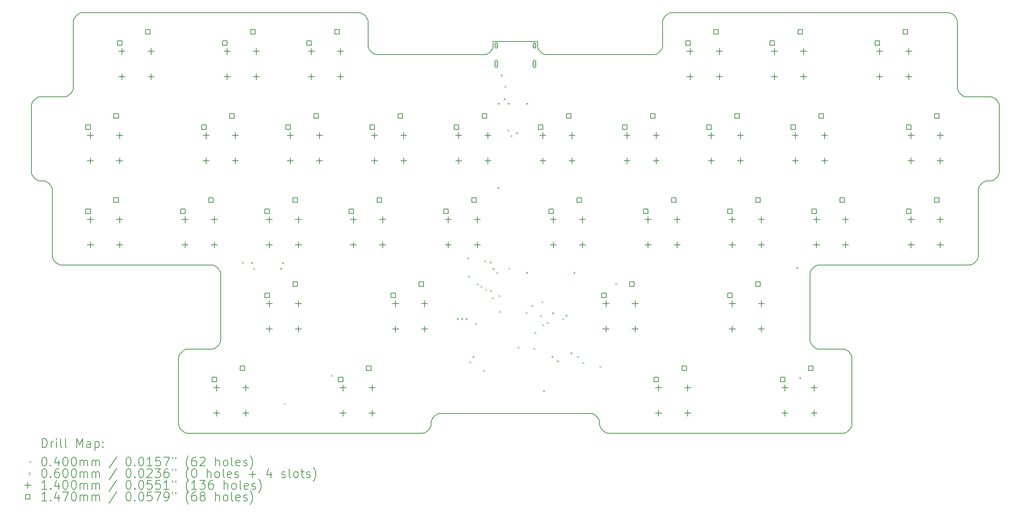
<source format=gbr>
%TF.GenerationSoftware,KiCad,Pcbnew,(6.0.11-0)*%
%TF.CreationDate,2023-07-13T15:03:24+09:00*%
%TF.ProjectId,qfwfq,71667766-712e-46b6-9963-61645f706362,rev?*%
%TF.SameCoordinates,Original*%
%TF.FileFunction,Drillmap*%
%TF.FilePolarity,Positive*%
%FSLAX45Y45*%
G04 Gerber Fmt 4.5, Leading zero omitted, Abs format (unit mm)*
G04 Created by KiCad (PCBNEW (6.0.11-0)) date 2023-07-13 15:03:24*
%MOMM*%
%LPD*%
G01*
G04 APERTURE LIST*
%ADD10C,0.200000*%
%ADD11C,0.040000*%
%ADD12C,0.060000*%
%ADD13C,0.140000*%
%ADD14C,0.147000*%
G04 APERTURE END LIST*
D10*
X19534057Y-9378335D02*
X19542091Y-9397414D01*
X19552650Y-9416702D01*
X19563998Y-9433749D01*
X19573635Y-9446327D01*
X2540615Y-7624893D02*
X2521536Y-7616859D01*
X2502248Y-7606300D01*
X2485201Y-7594952D01*
X2472623Y-7585315D01*
X20474240Y-9707438D02*
X20478154Y-9727205D01*
X20478750Y-9737700D01*
X1996373Y-5680315D02*
X1980268Y-5666260D01*
X1965218Y-5651121D01*
X1951407Y-5635115D01*
X1939021Y-5618461D01*
X1928242Y-5601374D01*
X1925039Y-5595621D01*
X23642762Y-5723190D02*
X23622995Y-5727104D01*
X23612500Y-5727700D01*
X6186740Y-9367962D02*
X6190654Y-9348195D01*
X6191250Y-9337700D01*
X2657500Y-3822700D02*
X2678284Y-3820481D01*
X2698135Y-3814893D01*
X9520490Y-2087438D02*
X9524404Y-2107205D01*
X9525000Y-2117700D01*
X14923115Y-11434893D02*
X14904035Y-11426859D01*
X14884748Y-11416300D01*
X14867701Y-11404952D01*
X14855123Y-11395315D01*
X1905000Y-4022700D02*
X1907219Y-4001916D01*
X1912807Y-3982065D01*
X5243260Y-11272962D02*
X5239346Y-11253195D01*
X5238750Y-11242700D01*
X14716365Y-11086573D02*
X14702310Y-11070468D01*
X14687171Y-11055418D01*
X14671165Y-11041607D01*
X14654511Y-11029221D01*
X14637424Y-11018442D01*
X14631671Y-11015239D01*
X5438750Y-11442700D02*
X10753750Y-11442700D01*
X16192500Y-2117700D02*
X16192500Y-2670200D01*
X5238750Y-9737700D02*
X5238750Y-11242700D01*
X14783789Y-11310621D02*
X14774980Y-11292194D01*
X14768260Y-11272962D01*
X23356289Y-5859779D02*
X23347480Y-5878205D01*
X23340760Y-5897438D01*
X6099877Y-9490315D02*
X6115982Y-9476260D01*
X6131032Y-9461121D01*
X6144843Y-9445116D01*
X6157229Y-9428461D01*
X6168008Y-9411374D01*
X6171211Y-9405621D01*
X6021512Y-7637210D02*
X6001745Y-7633296D01*
X5991250Y-7632700D01*
X20478750Y-11242700D02*
X20478750Y-9737700D01*
X11045123Y-11042585D02*
X11029018Y-11056640D01*
X11013968Y-11071779D01*
X11000157Y-11087784D01*
X10987771Y-11104439D01*
X10976992Y-11121526D01*
X10973789Y-11127279D01*
X23495615Y-5735507D02*
X23476535Y-5743540D01*
X23457248Y-5754099D01*
X23440201Y-5765448D01*
X23427623Y-5775085D01*
X23680421Y-5707661D02*
X23661994Y-5716470D01*
X23642762Y-5723190D01*
X22660000Y-1917700D02*
X16392500Y-1917700D01*
X19726250Y-7632700D02*
X19705466Y-7634919D01*
X19685615Y-7640507D01*
X20278750Y-9537700D02*
X19726250Y-9537700D01*
X16172461Y-2738121D02*
X16181270Y-2719695D01*
X16187990Y-2700462D01*
X6171211Y-9405621D02*
X6180020Y-9387195D01*
X6186740Y-9367962D01*
X1905000Y-4022700D02*
X1905000Y-5527700D01*
X2373443Y-5887065D02*
X2365409Y-5867985D01*
X2354850Y-5848698D01*
X2343502Y-5831651D01*
X2333865Y-5819073D01*
X3027238Y-1922210D02*
X3047005Y-1918296D01*
X3057500Y-1917700D01*
X14594012Y-10999710D02*
X14574245Y-10995796D01*
X14563750Y-10995200D01*
X19526250Y-9337700D02*
X19526250Y-7832700D01*
X2766127Y-3775315D02*
X2782232Y-3761260D01*
X2797282Y-3746121D01*
X2811093Y-3730115D01*
X2823479Y-3713461D01*
X2834258Y-3696374D01*
X2837461Y-3690621D01*
X1912807Y-3982065D02*
X1920840Y-3962985D01*
X1931399Y-3943698D01*
X1942748Y-3926651D01*
X1952385Y-3914073D01*
X23336250Y-7432700D02*
X23334031Y-7453484D01*
X23328443Y-7473335D01*
X23029738Y-3818190D02*
X23049505Y-3822104D01*
X23060000Y-3822700D01*
X23427623Y-5775085D02*
X23411518Y-5789139D01*
X23396468Y-5804279D01*
X23382657Y-5820284D01*
X23370271Y-5836939D01*
X23359492Y-5854026D01*
X23356289Y-5859779D01*
X10945943Y-11283335D02*
X10937909Y-11302414D01*
X10927350Y-11321701D01*
X10916002Y-11338749D01*
X10906365Y-11351327D01*
X19726250Y-7632700D02*
X23136250Y-7632700D01*
X9365635Y-1925507D02*
X9384714Y-1933540D01*
X9404002Y-1944099D01*
X9421049Y-1955448D01*
X9433627Y-1965085D01*
X12358750Y-2570200D02*
X12358750Y-2670200D01*
X5991250Y-9537700D02*
X6012034Y-9535481D01*
X6031885Y-9529893D01*
X23807990Y-3992438D02*
X23811904Y-4012205D01*
X23812500Y-4022700D01*
X16192500Y-2117700D02*
X16194719Y-2096916D01*
X16200307Y-2077065D01*
X2037079Y-3842739D02*
X2055505Y-3833930D01*
X2074738Y-3827210D01*
X14963750Y-11442700D02*
X14942966Y-11440481D01*
X14923115Y-11434893D01*
X13358750Y-2670200D02*
X13358750Y-2570200D01*
X22855490Y-2087438D02*
X22859404Y-2107205D01*
X22860000Y-2117700D01*
X22992079Y-3802661D02*
X23010505Y-3811470D01*
X23029738Y-3818190D01*
X23328443Y-7473335D02*
X23320409Y-7492414D01*
X23309850Y-7511701D01*
X23298502Y-7528749D01*
X23288865Y-7541327D01*
X16362238Y-1922210D02*
X16382005Y-1918296D01*
X16392500Y-1917700D01*
X5238750Y-9737700D02*
X5240969Y-9716916D01*
X5246557Y-9697065D01*
X2211512Y-5732210D02*
X2191745Y-5728296D01*
X2181250Y-5727700D01*
X22867807Y-3663335D02*
X22875840Y-3682414D01*
X22886399Y-3701701D01*
X22897748Y-3718749D01*
X22907385Y-3731327D01*
X23204171Y-7612661D02*
X23185744Y-7621470D01*
X23166512Y-7628190D01*
X11153750Y-10995200D02*
X14563750Y-10995200D01*
X22907385Y-3731327D02*
X22921439Y-3747432D01*
X22936579Y-3762482D01*
X22952584Y-3776293D01*
X22969239Y-3788679D01*
X22986326Y-3799458D01*
X22992079Y-3802661D01*
X9525000Y-2670200D02*
X9525000Y-2117700D01*
X10821671Y-11422661D02*
X10803245Y-11431470D01*
X10784012Y-11438190D01*
X2904885Y-2009073D02*
X2918939Y-1992968D01*
X2934079Y-1977918D01*
X2950084Y-1964107D01*
X2966739Y-1951721D01*
X2983826Y-1940942D01*
X2989579Y-1937739D01*
X23536250Y-5727700D02*
X23515466Y-5729919D01*
X23495615Y-5735507D01*
X5246557Y-9697065D02*
X5254591Y-9677986D01*
X5265150Y-9658698D01*
X5276498Y-9641651D01*
X5286135Y-9629073D01*
X2989579Y-1937739D02*
X3008005Y-1928930D01*
X3027238Y-1922210D01*
X20346671Y-11422661D02*
X20328245Y-11431470D01*
X20309012Y-11438190D01*
X20309012Y-11438190D02*
X20289245Y-11442104D01*
X20278750Y-11442700D01*
X23765115Y-5636327D02*
X23751060Y-5652432D01*
X23735921Y-5667482D01*
X23719915Y-5681293D01*
X23703261Y-5693679D01*
X23686174Y-5704458D01*
X23680421Y-5707661D01*
X19617623Y-7680085D02*
X19601518Y-7694139D01*
X19586468Y-7709279D01*
X19572657Y-7725284D01*
X19560271Y-7741939D01*
X19549492Y-7759026D01*
X19546289Y-7764779D01*
X23792461Y-3954779D02*
X23801270Y-3973205D01*
X23807990Y-3992438D01*
X2064365Y-5719893D02*
X2045285Y-5711859D01*
X2025998Y-5701300D01*
X2008951Y-5689952D01*
X1996373Y-5680315D01*
X5286135Y-9629073D02*
X5300190Y-9612968D01*
X5315329Y-9597918D01*
X5331334Y-9584107D01*
X5347989Y-9571721D01*
X5365076Y-9560942D01*
X5370829Y-9557739D01*
X2385760Y-7462962D02*
X2381846Y-7443195D01*
X2381250Y-7432700D01*
X9325000Y-1917700D02*
X3057500Y-1917700D01*
X16200307Y-2077065D02*
X16208340Y-2057985D01*
X16218899Y-2038698D01*
X16230248Y-2021651D01*
X16239885Y-2009073D01*
X14768260Y-11272962D02*
X14764346Y-11253195D01*
X14763750Y-11242700D01*
X20470943Y-11283335D02*
X20462909Y-11302414D01*
X20452350Y-11321701D01*
X20441002Y-11338749D01*
X20431365Y-11351327D01*
X14855123Y-11395315D02*
X14839018Y-11381260D01*
X14823968Y-11366121D01*
X14810157Y-11350115D01*
X14797771Y-11333461D01*
X14786992Y-11316374D01*
X14783789Y-11310621D01*
X16033135Y-2862393D02*
X16052214Y-2854359D01*
X16071501Y-2843800D01*
X16088549Y-2832452D01*
X16101127Y-2822815D01*
X12158750Y-2870200D02*
X12179534Y-2867981D01*
X12199385Y-2862393D01*
X10784012Y-11438190D02*
X10764245Y-11442104D01*
X10753750Y-11442700D01*
X20458711Y-9669779D02*
X20467520Y-9688205D01*
X20474240Y-9707438D01*
X10906365Y-11351327D02*
X10892310Y-11367432D01*
X10877171Y-11382482D01*
X10861166Y-11396293D01*
X10844511Y-11408679D01*
X10827424Y-11419458D01*
X10821671Y-11422661D01*
X14755943Y-11154565D02*
X14747909Y-11135486D01*
X14737350Y-11116198D01*
X14726002Y-11099151D01*
X14716365Y-11086573D01*
X23721127Y-3870085D02*
X23737232Y-3884139D01*
X23752282Y-3899279D01*
X23766093Y-3915284D01*
X23778479Y-3931939D01*
X23789258Y-3949026D01*
X23792461Y-3954779D01*
X19573635Y-9446327D02*
X19587690Y-9462432D01*
X19602829Y-9477482D01*
X19618834Y-9491293D01*
X19635489Y-9503679D01*
X19652576Y-9514458D01*
X19658329Y-9517661D01*
X9433627Y-1965085D02*
X9449732Y-1979139D01*
X9464782Y-1994279D01*
X9478593Y-2010284D01*
X9490979Y-2026939D01*
X9501758Y-2044026D01*
X9504961Y-2049779D01*
X23653135Y-3830507D02*
X23672214Y-3838540D01*
X23691501Y-3849099D01*
X23708549Y-3860448D01*
X23721127Y-3870085D01*
X5398115Y-11434893D02*
X5379036Y-11426859D01*
X5359748Y-11416300D01*
X5342701Y-11404952D01*
X5330123Y-11395315D01*
X2472623Y-7585315D02*
X2456518Y-7571260D01*
X2441468Y-7556121D01*
X2427657Y-7540115D01*
X2415271Y-7523461D01*
X2404492Y-7506374D01*
X2401289Y-7500621D01*
X9532807Y-2710835D02*
X9540841Y-2729914D01*
X9551400Y-2749202D01*
X9562748Y-2766249D01*
X9572385Y-2778827D01*
X23536250Y-5727700D02*
X23612500Y-5727700D01*
X6191250Y-7832700D02*
X6189031Y-7811916D01*
X6183443Y-7792065D01*
X5330123Y-11395315D02*
X5314018Y-11381260D01*
X5298968Y-11366121D01*
X5285157Y-11350115D01*
X5272771Y-11333461D01*
X5261992Y-11316374D01*
X5258789Y-11310621D01*
X10953750Y-11242700D02*
X10951531Y-11263484D01*
X10945943Y-11283335D01*
X23612500Y-3822700D02*
X23060000Y-3822700D01*
X2857500Y-2117700D02*
X2857500Y-3622700D01*
X23340760Y-5897438D02*
X23336846Y-5917205D01*
X23336250Y-5927700D01*
X15992500Y-2870200D02*
X16013284Y-2867981D01*
X16033135Y-2862393D01*
X16324579Y-1937739D02*
X16343005Y-1928930D01*
X16362238Y-1922210D01*
X6183443Y-7792065D02*
X6175409Y-7772985D01*
X6164850Y-7753698D01*
X6153502Y-7736651D01*
X6143865Y-7724073D01*
X10953750Y-11242700D02*
X10953750Y-11195200D01*
X6191250Y-7832700D02*
X6191250Y-9337700D01*
X10973789Y-11127279D02*
X10964980Y-11145705D01*
X10958260Y-11164938D01*
X1952385Y-3914073D02*
X1966439Y-3897968D01*
X1981579Y-3882918D01*
X1997584Y-3869107D01*
X2014239Y-3856721D01*
X2031326Y-3845942D01*
X2037079Y-3842739D01*
X13406135Y-2778827D02*
X13420189Y-2794932D01*
X13435329Y-2809982D01*
X13451334Y-2823793D01*
X13467989Y-2836179D01*
X13485076Y-2846958D01*
X13490829Y-2850161D01*
X2381250Y-5927700D02*
X2381250Y-7432700D01*
X23804693Y-5568335D02*
X23796659Y-5587414D01*
X23786100Y-5606701D01*
X23774752Y-5623749D01*
X23765115Y-5636327D01*
X20278750Y-9537700D02*
X20299534Y-9539919D01*
X20319385Y-9545507D01*
X11113115Y-11003007D02*
X11094036Y-11011041D01*
X11074748Y-11021600D01*
X11057701Y-11032948D01*
X11045123Y-11042585D01*
X23336250Y-7432700D02*
X23336250Y-5927700D01*
X2333865Y-5819073D02*
X2319810Y-5802968D01*
X2304671Y-5787918D01*
X2288666Y-5774107D01*
X2272011Y-5761721D01*
X2254924Y-5750942D01*
X2249171Y-5747739D01*
X5370829Y-9557739D02*
X5389255Y-9548930D01*
X5408488Y-9542210D01*
X19530760Y-7802438D02*
X19526846Y-7822205D01*
X19526250Y-7832700D01*
X19526250Y-9337700D02*
X19528469Y-9358484D01*
X19534057Y-9378335D01*
X19658329Y-9517661D02*
X19676755Y-9526470D01*
X19695988Y-9533190D01*
X5408488Y-9542210D02*
X5428255Y-9538296D01*
X5438750Y-9537700D01*
X2657500Y-3822700D02*
X2105000Y-3822700D01*
X1925039Y-5595621D02*
X1916230Y-5577195D01*
X1909510Y-5557962D01*
X11153750Y-10995200D02*
X11132966Y-10997419D01*
X11113115Y-11003007D01*
X5438750Y-11442700D02*
X5417966Y-11440481D01*
X5398115Y-11434893D01*
X2381250Y-5927700D02*
X2379031Y-5906916D01*
X2373443Y-5887065D01*
X23166512Y-7628190D02*
X23146745Y-7632104D01*
X23136250Y-7632700D01*
X6143865Y-7724073D02*
X6129810Y-7707968D01*
X6114671Y-7692918D01*
X6098665Y-7679107D01*
X6082011Y-7666721D01*
X6064924Y-7655942D01*
X6059171Y-7652739D01*
X13358750Y-2570200D02*
X12358750Y-2570200D01*
X2105000Y-5727700D02*
X2084216Y-5725481D01*
X2064365Y-5719893D01*
X22768627Y-1965085D02*
X22784732Y-1979139D01*
X22799782Y-1994279D01*
X22813593Y-2010284D01*
X22825979Y-2026939D01*
X22836758Y-2044026D01*
X22839961Y-2049779D01*
X19685615Y-7640507D02*
X19666536Y-7648540D01*
X19647248Y-7659099D01*
X19630201Y-7670448D01*
X19617623Y-7680085D01*
X2074738Y-3827210D02*
X2094505Y-3823296D01*
X2105000Y-3822700D01*
X19695988Y-9533190D02*
X19715755Y-9537104D01*
X19726250Y-9537700D01*
X20319385Y-9545507D02*
X20338464Y-9553541D01*
X20357752Y-9564100D01*
X20374799Y-9575448D01*
X20387377Y-9585085D01*
X13528488Y-2865690D02*
X13548255Y-2869604D01*
X13558750Y-2870200D01*
X9657079Y-2850161D02*
X9675505Y-2858970D01*
X9694738Y-2865690D01*
X2698135Y-3814893D02*
X2717214Y-3806859D01*
X2736502Y-3796300D01*
X2753549Y-3784952D01*
X2766127Y-3775315D01*
X12199385Y-2862393D02*
X12218464Y-2854359D01*
X12237751Y-2843800D01*
X12254799Y-2832452D01*
X12267377Y-2822815D01*
X9694738Y-2865690D02*
X9714505Y-2869604D01*
X9725000Y-2870200D01*
X23812500Y-5527700D02*
X23810281Y-5548484D01*
X23804693Y-5568335D01*
X22700635Y-1925507D02*
X22719714Y-1933540D01*
X22739001Y-1944099D01*
X22756049Y-1955448D01*
X22768627Y-1965085D01*
X13490829Y-2850161D02*
X13509255Y-2858970D01*
X13528488Y-2865690D01*
X2857500Y-2117700D02*
X2859719Y-2096916D01*
X2865307Y-2077065D01*
X23288865Y-7541327D02*
X23274810Y-7557432D01*
X23259671Y-7572482D01*
X23243665Y-7586293D01*
X23227011Y-7598679D01*
X23209924Y-7609458D01*
X23204171Y-7612661D01*
X2865307Y-2077065D02*
X2873340Y-2057985D01*
X2883899Y-2038698D01*
X2895248Y-2021651D01*
X2904885Y-2009073D01*
X1909510Y-5557962D02*
X1905596Y-5538195D01*
X1905000Y-5527700D01*
X15992500Y-2870200D02*
X13558750Y-2870200D01*
X9525000Y-2670200D02*
X9527219Y-2690984D01*
X9532807Y-2710835D01*
X2249171Y-5747739D02*
X2230745Y-5738930D01*
X2211512Y-5732210D01*
X2852990Y-3652962D02*
X2856904Y-3633195D01*
X2857500Y-3622700D01*
X22860000Y-3622700D02*
X22860000Y-2117700D01*
X14763750Y-11195200D02*
X14761531Y-11174416D01*
X14755943Y-11154565D01*
X23812500Y-5527700D02*
X23812500Y-4022700D01*
X14631671Y-11015239D02*
X14613244Y-11006430D01*
X14594012Y-10999710D01*
X14963750Y-11442700D02*
X20278750Y-11442700D01*
X5258789Y-11310621D02*
X5249980Y-11292194D01*
X5243260Y-11272962D01*
X2837461Y-3690621D02*
X2846270Y-3672194D01*
X2852990Y-3652962D01*
X16101127Y-2822815D02*
X16117232Y-2808760D01*
X16132282Y-2793621D01*
X16146093Y-2777616D01*
X16158479Y-2760961D01*
X16169258Y-2743874D01*
X16172461Y-2738121D01*
X6031885Y-9529893D02*
X6050964Y-9521859D01*
X6070251Y-9511300D01*
X6087299Y-9499952D01*
X6099877Y-9490315D01*
X2105000Y-5727700D02*
X2181250Y-5727700D01*
X13366557Y-2710835D02*
X13374590Y-2729914D01*
X13385149Y-2749202D01*
X13396498Y-2766249D01*
X13406135Y-2778827D01*
X20387377Y-9585085D02*
X20403482Y-9599140D01*
X20418532Y-9614279D01*
X20432343Y-9630284D01*
X20444729Y-9646939D01*
X20455508Y-9664026D01*
X20458711Y-9669779D01*
X2581250Y-7632700D02*
X2560466Y-7630481D01*
X2540615Y-7624893D01*
X12158750Y-2870200D02*
X9725000Y-2870200D01*
X9325000Y-1917700D02*
X9345784Y-1919919D01*
X9365635Y-1925507D01*
X10958260Y-11164938D02*
X10954346Y-11184705D01*
X10953750Y-11195200D01*
X5991250Y-9537700D02*
X5438750Y-9537700D01*
X9504961Y-2049779D02*
X9513770Y-2068205D01*
X9520490Y-2087438D01*
X14763750Y-11195200D02*
X14763750Y-11242700D01*
X16239885Y-2009073D02*
X16253939Y-1992968D01*
X16269079Y-1977918D01*
X16285084Y-1964107D01*
X16301739Y-1951721D01*
X16318826Y-1940942D01*
X16324579Y-1937739D01*
X12338711Y-2738121D02*
X12347520Y-2719695D01*
X12354240Y-2700462D01*
X9572385Y-2778827D02*
X9586440Y-2794932D01*
X9601579Y-2809982D01*
X9617584Y-2823793D01*
X9634239Y-2836179D01*
X9651326Y-2846958D01*
X9657079Y-2850161D01*
X19546289Y-7764779D02*
X19537480Y-7783205D01*
X19530760Y-7802438D01*
X13358750Y-2670200D02*
X13360969Y-2690984D01*
X13366557Y-2710835D01*
X2401289Y-7500621D02*
X2392480Y-7482194D01*
X2385760Y-7462962D01*
X22860000Y-3622700D02*
X22862219Y-3643484D01*
X22867807Y-3663335D01*
X20478750Y-11242700D02*
X20476531Y-11263484D01*
X20470943Y-11283335D01*
X16187990Y-2700462D02*
X16191904Y-2680695D01*
X16192500Y-2670200D01*
X20431365Y-11351327D02*
X20417310Y-11367432D01*
X20402171Y-11382482D01*
X20386166Y-11396293D01*
X20369511Y-11408679D01*
X20352424Y-11419458D01*
X20346671Y-11422661D01*
X22839961Y-2049779D02*
X22848770Y-2068205D01*
X22855490Y-2087438D01*
X12267377Y-2822815D02*
X12283482Y-2808760D01*
X12298532Y-2793621D01*
X12312343Y-2777616D01*
X12324729Y-2760961D01*
X12335508Y-2743874D01*
X12338711Y-2738121D01*
X22660000Y-1917700D02*
X22680784Y-1919919D01*
X22700635Y-1925507D01*
X2581250Y-7632700D02*
X5991250Y-7632700D01*
X12354240Y-2700462D02*
X12358154Y-2680695D01*
X12358750Y-2670200D01*
X23612500Y-3822700D02*
X23633284Y-3824919D01*
X23653135Y-3830507D01*
X6059171Y-7652739D02*
X6040744Y-7643930D01*
X6021512Y-7637210D01*
D11*
X6668000Y-7558000D02*
X6708000Y-7598000D01*
X6708000Y-7558000D02*
X6668000Y-7598000D01*
X6879000Y-7564000D02*
X6919000Y-7604000D01*
X6919000Y-7564000D02*
X6879000Y-7604000D01*
X6920000Y-7694000D02*
X6960000Y-7734000D01*
X6960000Y-7694000D02*
X6920000Y-7734000D01*
X7535000Y-7694000D02*
X7575000Y-7734000D01*
X7575000Y-7694000D02*
X7535000Y-7734000D01*
X7578000Y-7570000D02*
X7618000Y-7610000D01*
X7618000Y-7570000D02*
X7578000Y-7610000D01*
X7620000Y-10755000D02*
X7660000Y-10795000D01*
X7660000Y-10755000D02*
X7620000Y-10795000D01*
X8680000Y-10117500D02*
X8720000Y-10157500D01*
X8720000Y-10117500D02*
X8680000Y-10157500D01*
X11530307Y-8826069D02*
X11570307Y-8866069D01*
X11570307Y-8826069D02*
X11530307Y-8866069D01*
X11630050Y-8832500D02*
X11670050Y-8872500D01*
X11670050Y-8832500D02*
X11630050Y-8872500D01*
X11730000Y-8832500D02*
X11770000Y-8872500D01*
X11770000Y-8832500D02*
X11730000Y-8872500D01*
X11775000Y-7460001D02*
X11815000Y-7500001D01*
X11815000Y-7460001D02*
X11775000Y-7500001D01*
X11787500Y-7869950D02*
X11827500Y-7909950D01*
X11827500Y-7869950D02*
X11787500Y-7909950D01*
X11816400Y-9809800D02*
X11856400Y-9849800D01*
X11856400Y-9809800D02*
X11816400Y-9849800D01*
X11885400Y-9690000D02*
X11925400Y-9730000D01*
X11925400Y-9690000D02*
X11885400Y-9730000D01*
X11943930Y-8946541D02*
X11983930Y-8986541D01*
X11983930Y-8946541D02*
X11943930Y-8986541D01*
X11982500Y-8050000D02*
X12022500Y-8090000D01*
X12022500Y-8050000D02*
X11982500Y-8090000D01*
X12070050Y-8102500D02*
X12110050Y-8142500D01*
X12110050Y-8102500D02*
X12070050Y-8142500D01*
X12127500Y-10005000D02*
X12167500Y-10045000D01*
X12167500Y-10005000D02*
X12127500Y-10045000D01*
X12155000Y-7525000D02*
X12195000Y-7565000D01*
X12195000Y-7525000D02*
X12155000Y-7565000D01*
X12175424Y-8172959D02*
X12215424Y-8212959D01*
X12215424Y-8172959D02*
X12175424Y-8212959D01*
X12275000Y-7550000D02*
X12315000Y-7590000D01*
X12315000Y-7550000D02*
X12275000Y-7590000D01*
X12290000Y-8195000D02*
X12330000Y-8235000D01*
X12330000Y-8195000D02*
X12290000Y-8235000D01*
X12324400Y-8362000D02*
X12364400Y-8402000D01*
X12364400Y-8362000D02*
X12324400Y-8402000D01*
X12340000Y-7697500D02*
X12380000Y-7737500D01*
X12380000Y-7697500D02*
X12340000Y-7737500D01*
X12425000Y-7785000D02*
X12465000Y-7825000D01*
X12465000Y-7785000D02*
X12425000Y-7825000D01*
X12452500Y-5860000D02*
X12492500Y-5900000D01*
X12492500Y-5860000D02*
X12452500Y-5900000D01*
X12457500Y-3955000D02*
X12497500Y-3995000D01*
X12497500Y-3955000D02*
X12457500Y-3995000D01*
X12475000Y-8310000D02*
X12515000Y-8350000D01*
X12515000Y-8310000D02*
X12475000Y-8350000D01*
X12490000Y-8670000D02*
X12530000Y-8710000D01*
X12530000Y-8670000D02*
X12490000Y-8710000D01*
X12521000Y-3315923D02*
X12561000Y-3355923D01*
X12561000Y-3315923D02*
X12521000Y-3355923D01*
X12594000Y-3854000D02*
X12634000Y-3894000D01*
X12634000Y-3854000D02*
X12594000Y-3894000D01*
X12611000Y-3570923D02*
X12651000Y-3610923D01*
X12651000Y-3570923D02*
X12611000Y-3610923D01*
X12678550Y-4559000D02*
X12718550Y-4599000D01*
X12718550Y-4559000D02*
X12678550Y-4599000D01*
X12684000Y-3957000D02*
X12724000Y-3997000D01*
X12724000Y-3957000D02*
X12684000Y-3997000D01*
X12700000Y-7690000D02*
X12740000Y-7730000D01*
X12740000Y-7690000D02*
X12700000Y-7730000D01*
X12748000Y-4688000D02*
X12788000Y-4728000D01*
X12788000Y-4688000D02*
X12748000Y-4728000D01*
X12874000Y-4625000D02*
X12914000Y-4665000D01*
X12914000Y-4625000D02*
X12874000Y-4665000D01*
X12908600Y-9479600D02*
X12948600Y-9519600D01*
X12948600Y-9479600D02*
X12908600Y-9519600D01*
X13094950Y-8691631D02*
X13134950Y-8731631D01*
X13134950Y-8691631D02*
X13094950Y-8731631D01*
X13097500Y-7785000D02*
X13137500Y-7825000D01*
X13137500Y-7785000D02*
X13097500Y-7825000D01*
X13099200Y-3955000D02*
X13139200Y-3995000D01*
X13139200Y-3955000D02*
X13099200Y-3995000D01*
X13222500Y-8530000D02*
X13262500Y-8570000D01*
X13262500Y-8530000D02*
X13222500Y-8570000D01*
X13264200Y-9505000D02*
X13304200Y-9545000D01*
X13304200Y-9505000D02*
X13264200Y-9545000D01*
X13289600Y-9149400D02*
X13329600Y-9189400D01*
X13329600Y-9149400D02*
X13289600Y-9189400D01*
X13416600Y-8768400D02*
X13456600Y-8808400D01*
X13456600Y-8768400D02*
X13416600Y-8808400D01*
X13447500Y-8447500D02*
X13487500Y-8487500D01*
X13487500Y-8447500D02*
X13447500Y-8487500D01*
X13467830Y-8972030D02*
X13507830Y-9012030D01*
X13507830Y-8972030D02*
X13467830Y-9012030D01*
X13485000Y-10467500D02*
X13525000Y-10507500D01*
X13525000Y-10467500D02*
X13485000Y-10507500D01*
X13565000Y-8920000D02*
X13605000Y-8960000D01*
X13605000Y-8920000D02*
X13565000Y-8960000D01*
X13672500Y-9690000D02*
X13712500Y-9730000D01*
X13712500Y-9690000D02*
X13672500Y-9730000D01*
X13689000Y-8703000D02*
X13729000Y-8743000D01*
X13729000Y-8703000D02*
X13689000Y-8743000D01*
X13797500Y-9790000D02*
X13837500Y-9830000D01*
X13837500Y-9790000D02*
X13797500Y-9830000D01*
X13917877Y-8832123D02*
X13957877Y-8872123D01*
X13957877Y-8832123D02*
X13917877Y-8872123D01*
X13992123Y-8757877D02*
X14032123Y-8797877D01*
X14032123Y-8757877D02*
X13992123Y-8797877D01*
X14105000Y-9605050D02*
X14145000Y-9645050D01*
X14145000Y-9605050D02*
X14105000Y-9645050D01*
X14172500Y-7785000D02*
X14212500Y-7825000D01*
X14212500Y-7785000D02*
X14172500Y-7825000D01*
X14250000Y-9690000D02*
X14290000Y-9730000D01*
X14290000Y-9690000D02*
X14250000Y-9730000D01*
X14369000Y-9829000D02*
X14409000Y-9869000D01*
X14409000Y-9829000D02*
X14369000Y-9869000D01*
X14762800Y-9911400D02*
X14802800Y-9951400D01*
X14802800Y-9911400D02*
X14762800Y-9951400D01*
X15118400Y-8031800D02*
X15158400Y-8071800D01*
X15158400Y-8031800D02*
X15118400Y-8071800D01*
X19217000Y-7673000D02*
X19257000Y-7713000D01*
X19257000Y-7673000D02*
X19217000Y-7713000D01*
X19284000Y-10171000D02*
X19324000Y-10211000D01*
X19324000Y-10171000D02*
X19284000Y-10211000D01*
D12*
X12456750Y-2661750D02*
G75*
G03*
X12456750Y-2661750I-30000J0D01*
G01*
D10*
X12396750Y-2631750D02*
X12396750Y-2691750D01*
X12456750Y-2631750D02*
X12456750Y-2691750D01*
X12396750Y-2691750D02*
G75*
G03*
X12456750Y-2691750I30000J0D01*
G01*
X12456750Y-2631750D02*
G75*
G03*
X12396750Y-2631750I-30000J0D01*
G01*
D12*
X12456750Y-3079750D02*
G75*
G03*
X12456750Y-3079750I-30000J0D01*
G01*
D10*
X12396750Y-3024750D02*
X12396750Y-3134750D01*
X12456750Y-3024750D02*
X12456750Y-3134750D01*
X12396750Y-3134750D02*
G75*
G03*
X12456750Y-3134750I30000J0D01*
G01*
X12456750Y-3024750D02*
G75*
G03*
X12396750Y-3024750I-30000J0D01*
G01*
D12*
X13320750Y-2661750D02*
G75*
G03*
X13320750Y-2661750I-30000J0D01*
G01*
D10*
X13260750Y-2631750D02*
X13260750Y-2691750D01*
X13320750Y-2631750D02*
X13320750Y-2691750D01*
X13260750Y-2691750D02*
G75*
G03*
X13320750Y-2691750I30000J0D01*
G01*
X13320750Y-2631750D02*
G75*
G03*
X13260750Y-2631750I-30000J0D01*
G01*
D12*
X13320750Y-3079750D02*
G75*
G03*
X13320750Y-3079750I-30000J0D01*
G01*
D10*
X13260750Y-3024750D02*
X13260750Y-3134750D01*
X13320750Y-3024750D02*
X13320750Y-3134750D01*
X13260750Y-3134750D02*
G75*
G03*
X13320750Y-3134750I30000J0D01*
G01*
X13320750Y-3024750D02*
G75*
G03*
X13260750Y-3024750I-30000J0D01*
G01*
D13*
X3241875Y-4628500D02*
X3241875Y-4768500D01*
X3171875Y-4698500D02*
X3311875Y-4698500D01*
X3241875Y-5200500D02*
X3241875Y-5340500D01*
X3171875Y-5270500D02*
X3311875Y-5270500D01*
X3241875Y-6533500D02*
X3241875Y-6673500D01*
X3171875Y-6603500D02*
X3311875Y-6603500D01*
X3241875Y-7105500D02*
X3241875Y-7245500D01*
X3171875Y-7175500D02*
X3311875Y-7175500D01*
X3901875Y-4628500D02*
X3901875Y-4768500D01*
X3831875Y-4698500D02*
X3971875Y-4698500D01*
X3901875Y-5200500D02*
X3901875Y-5340500D01*
X3831875Y-5270500D02*
X3971875Y-5270500D01*
X3901875Y-6533500D02*
X3901875Y-6673500D01*
X3831875Y-6603500D02*
X3971875Y-6603500D01*
X3901875Y-7105500D02*
X3901875Y-7245500D01*
X3831875Y-7175500D02*
X3971875Y-7175500D01*
X3956250Y-2723500D02*
X3956250Y-2863500D01*
X3886250Y-2793500D02*
X4026250Y-2793500D01*
X3956250Y-3295500D02*
X3956250Y-3435500D01*
X3886250Y-3365500D02*
X4026250Y-3365500D01*
X4616250Y-2723500D02*
X4616250Y-2863500D01*
X4546250Y-2793500D02*
X4686250Y-2793500D01*
X4616250Y-3295500D02*
X4616250Y-3435500D01*
X4546250Y-3365500D02*
X4686250Y-3365500D01*
X5385000Y-6533500D02*
X5385000Y-6673500D01*
X5315000Y-6603500D02*
X5455000Y-6603500D01*
X5385000Y-7105500D02*
X5385000Y-7245500D01*
X5315000Y-7175500D02*
X5455000Y-7175500D01*
X5861250Y-4628500D02*
X5861250Y-4768500D01*
X5791250Y-4698500D02*
X5931250Y-4698500D01*
X5861250Y-5200500D02*
X5861250Y-5340500D01*
X5791250Y-5270500D02*
X5931250Y-5270500D01*
X6045000Y-6533500D02*
X6045000Y-6673500D01*
X5975000Y-6603500D02*
X6115000Y-6603500D01*
X6045000Y-7105500D02*
X6045000Y-7245500D01*
X5975000Y-7175500D02*
X6115000Y-7175500D01*
X6099400Y-10343500D02*
X6099400Y-10483500D01*
X6029400Y-10413500D02*
X6169400Y-10413500D01*
X6099400Y-10915500D02*
X6099400Y-11055500D01*
X6029400Y-10985500D02*
X6169400Y-10985500D01*
X6337500Y-2723500D02*
X6337500Y-2863500D01*
X6267500Y-2793500D02*
X6407500Y-2793500D01*
X6337500Y-3295500D02*
X6337500Y-3435500D01*
X6267500Y-3365500D02*
X6407500Y-3365500D01*
X6521250Y-4628500D02*
X6521250Y-4768500D01*
X6451250Y-4698500D02*
X6591250Y-4698500D01*
X6521250Y-5200500D02*
X6521250Y-5340500D01*
X6451250Y-5270500D02*
X6591250Y-5270500D01*
X6759400Y-10343500D02*
X6759400Y-10483500D01*
X6689400Y-10413500D02*
X6829400Y-10413500D01*
X6759400Y-10915500D02*
X6759400Y-11055500D01*
X6689400Y-10985500D02*
X6829400Y-10985500D01*
X6997500Y-2723500D02*
X6997500Y-2863500D01*
X6927500Y-2793500D02*
X7067500Y-2793500D01*
X6997500Y-3295500D02*
X6997500Y-3435500D01*
X6927500Y-3365500D02*
X7067500Y-3365500D01*
X7290000Y-6533500D02*
X7290000Y-6673500D01*
X7220000Y-6603500D02*
X7360000Y-6603500D01*
X7290000Y-7105500D02*
X7290000Y-7245500D01*
X7220000Y-7175500D02*
X7360000Y-7175500D01*
X7290000Y-8438500D02*
X7290000Y-8578500D01*
X7220000Y-8508500D02*
X7360000Y-8508500D01*
X7290000Y-9010500D02*
X7290000Y-9150500D01*
X7220000Y-9080500D02*
X7360000Y-9080500D01*
X7766250Y-4628500D02*
X7766250Y-4768500D01*
X7696250Y-4698500D02*
X7836250Y-4698500D01*
X7766250Y-5200500D02*
X7766250Y-5340500D01*
X7696250Y-5270500D02*
X7836250Y-5270500D01*
X7950000Y-6533500D02*
X7950000Y-6673500D01*
X7880000Y-6603500D02*
X8020000Y-6603500D01*
X7950000Y-7105500D02*
X7950000Y-7245500D01*
X7880000Y-7175500D02*
X8020000Y-7175500D01*
X7950000Y-8438500D02*
X7950000Y-8578500D01*
X7880000Y-8508500D02*
X8020000Y-8508500D01*
X7950000Y-9010500D02*
X7950000Y-9150500D01*
X7880000Y-9080500D02*
X8020000Y-9080500D01*
X8242500Y-2723500D02*
X8242500Y-2863500D01*
X8172500Y-2793500D02*
X8312500Y-2793500D01*
X8242500Y-3295500D02*
X8242500Y-3435500D01*
X8172500Y-3365500D02*
X8312500Y-3365500D01*
X8426250Y-4628500D02*
X8426250Y-4768500D01*
X8356250Y-4698500D02*
X8496250Y-4698500D01*
X8426250Y-5200500D02*
X8426250Y-5340500D01*
X8356250Y-5270500D02*
X8496250Y-5270500D01*
X8902500Y-2723500D02*
X8902500Y-2863500D01*
X8832500Y-2793500D02*
X8972500Y-2793500D01*
X8902500Y-3295500D02*
X8902500Y-3435500D01*
X8832500Y-3365500D02*
X8972500Y-3365500D01*
X8956900Y-10343500D02*
X8956900Y-10483500D01*
X8886900Y-10413500D02*
X9026900Y-10413500D01*
X8956900Y-10915500D02*
X8956900Y-11055500D01*
X8886900Y-10985500D02*
X9026900Y-10985500D01*
X9195000Y-6533500D02*
X9195000Y-6673500D01*
X9125000Y-6603500D02*
X9265000Y-6603500D01*
X9195000Y-7105500D02*
X9195000Y-7245500D01*
X9125000Y-7175500D02*
X9265000Y-7175500D01*
X9616900Y-10343500D02*
X9616900Y-10483500D01*
X9546900Y-10413500D02*
X9686900Y-10413500D01*
X9616900Y-10915500D02*
X9616900Y-11055500D01*
X9546900Y-10985500D02*
X9686900Y-10985500D01*
X9671250Y-4628500D02*
X9671250Y-4768500D01*
X9601250Y-4698500D02*
X9741250Y-4698500D01*
X9671250Y-5200500D02*
X9671250Y-5340500D01*
X9601250Y-5270500D02*
X9741250Y-5270500D01*
X9855000Y-6533500D02*
X9855000Y-6673500D01*
X9785000Y-6603500D02*
X9925000Y-6603500D01*
X9855000Y-7105500D02*
X9855000Y-7245500D01*
X9785000Y-7175500D02*
X9925000Y-7175500D01*
X10147500Y-8438500D02*
X10147500Y-8578500D01*
X10077500Y-8508500D02*
X10217500Y-8508500D01*
X10147500Y-9010500D02*
X10147500Y-9150500D01*
X10077500Y-9080500D02*
X10217500Y-9080500D01*
X10331250Y-4628500D02*
X10331250Y-4768500D01*
X10261250Y-4698500D02*
X10401250Y-4698500D01*
X10331250Y-5200500D02*
X10331250Y-5340500D01*
X10261250Y-5270500D02*
X10401250Y-5270500D01*
X10807500Y-8438500D02*
X10807500Y-8578500D01*
X10737500Y-8508500D02*
X10877500Y-8508500D01*
X10807500Y-9010500D02*
X10807500Y-9150500D01*
X10737500Y-9080500D02*
X10877500Y-9080500D01*
X11338125Y-6533500D02*
X11338125Y-6673500D01*
X11268125Y-6603500D02*
X11408125Y-6603500D01*
X11338125Y-7105500D02*
X11338125Y-7245500D01*
X11268125Y-7175500D02*
X11408125Y-7175500D01*
X11576250Y-4628500D02*
X11576250Y-4768500D01*
X11506250Y-4698500D02*
X11646250Y-4698500D01*
X11576250Y-5200500D02*
X11576250Y-5340500D01*
X11506250Y-5270500D02*
X11646250Y-5270500D01*
X11998125Y-6533500D02*
X11998125Y-6673500D01*
X11928125Y-6603500D02*
X12068125Y-6603500D01*
X11998125Y-7105500D02*
X11998125Y-7245500D01*
X11928125Y-7175500D02*
X12068125Y-7175500D01*
X12236250Y-4628500D02*
X12236250Y-4768500D01*
X12166250Y-4698500D02*
X12306250Y-4698500D01*
X12236250Y-5200500D02*
X12236250Y-5340500D01*
X12166250Y-5270500D02*
X12306250Y-5270500D01*
X13481250Y-4628500D02*
X13481250Y-4768500D01*
X13411250Y-4698500D02*
X13551250Y-4698500D01*
X13481250Y-5200500D02*
X13481250Y-5340500D01*
X13411250Y-5270500D02*
X13551250Y-5270500D01*
X13719375Y-6533500D02*
X13719375Y-6673500D01*
X13649375Y-6603500D02*
X13789375Y-6603500D01*
X13719375Y-7105500D02*
X13719375Y-7245500D01*
X13649375Y-7175500D02*
X13789375Y-7175500D01*
X14141250Y-4628500D02*
X14141250Y-4768500D01*
X14071250Y-4698500D02*
X14211250Y-4698500D01*
X14141250Y-5200500D02*
X14141250Y-5340500D01*
X14071250Y-5270500D02*
X14211250Y-5270500D01*
X14379375Y-6533500D02*
X14379375Y-6673500D01*
X14309375Y-6603500D02*
X14449375Y-6603500D01*
X14379375Y-7105500D02*
X14379375Y-7245500D01*
X14309375Y-7175500D02*
X14449375Y-7175500D01*
X14910000Y-8438500D02*
X14910000Y-8578500D01*
X14840000Y-8508500D02*
X14980000Y-8508500D01*
X14910000Y-9010500D02*
X14910000Y-9150500D01*
X14840000Y-9080500D02*
X14980000Y-9080500D01*
X15386250Y-4628500D02*
X15386250Y-4768500D01*
X15316250Y-4698500D02*
X15456250Y-4698500D01*
X15386250Y-5200500D02*
X15386250Y-5340500D01*
X15316250Y-5270500D02*
X15456250Y-5270500D01*
X15570000Y-8438500D02*
X15570000Y-8578500D01*
X15500000Y-8508500D02*
X15640000Y-8508500D01*
X15570000Y-9010500D02*
X15570000Y-9150500D01*
X15500000Y-9080500D02*
X15640000Y-9080500D01*
X15862500Y-6533500D02*
X15862500Y-6673500D01*
X15792500Y-6603500D02*
X15932500Y-6603500D01*
X15862500Y-7105500D02*
X15862500Y-7245500D01*
X15792500Y-7175500D02*
X15932500Y-7175500D01*
X16046250Y-4628500D02*
X16046250Y-4768500D01*
X15976250Y-4698500D02*
X16116250Y-4698500D01*
X16046250Y-5200500D02*
X16046250Y-5340500D01*
X15976250Y-5270500D02*
X16116250Y-5270500D01*
X16100600Y-10343500D02*
X16100600Y-10483500D01*
X16030600Y-10413500D02*
X16170600Y-10413500D01*
X16100600Y-10915500D02*
X16100600Y-11055500D01*
X16030600Y-10985500D02*
X16170600Y-10985500D01*
X16522500Y-6533500D02*
X16522500Y-6673500D01*
X16452500Y-6603500D02*
X16592500Y-6603500D01*
X16522500Y-7105500D02*
X16522500Y-7245500D01*
X16452500Y-7175500D02*
X16592500Y-7175500D01*
X16760600Y-10343500D02*
X16760600Y-10483500D01*
X16690600Y-10413500D02*
X16830600Y-10413500D01*
X16760600Y-10915500D02*
X16760600Y-11055500D01*
X16690600Y-10985500D02*
X16830600Y-10985500D01*
X16815000Y-2723500D02*
X16815000Y-2863500D01*
X16745000Y-2793500D02*
X16885000Y-2793500D01*
X16815000Y-3295500D02*
X16815000Y-3435500D01*
X16745000Y-3365500D02*
X16885000Y-3365500D01*
X17291250Y-4628500D02*
X17291250Y-4768500D01*
X17221250Y-4698500D02*
X17361250Y-4698500D01*
X17291250Y-5200500D02*
X17291250Y-5340500D01*
X17221250Y-5270500D02*
X17361250Y-5270500D01*
X17475000Y-2723500D02*
X17475000Y-2863500D01*
X17405000Y-2793500D02*
X17545000Y-2793500D01*
X17475000Y-3295500D02*
X17475000Y-3435500D01*
X17405000Y-3365500D02*
X17545000Y-3365500D01*
X17767500Y-6533500D02*
X17767500Y-6673500D01*
X17697500Y-6603500D02*
X17837500Y-6603500D01*
X17767500Y-7105500D02*
X17767500Y-7245500D01*
X17697500Y-7175500D02*
X17837500Y-7175500D01*
X17767500Y-8438500D02*
X17767500Y-8578500D01*
X17697500Y-8508500D02*
X17837500Y-8508500D01*
X17767500Y-9010500D02*
X17767500Y-9150500D01*
X17697500Y-9080500D02*
X17837500Y-9080500D01*
X17951250Y-4628500D02*
X17951250Y-4768500D01*
X17881250Y-4698500D02*
X18021250Y-4698500D01*
X17951250Y-5200500D02*
X17951250Y-5340500D01*
X17881250Y-5270500D02*
X18021250Y-5270500D01*
X18427500Y-6533500D02*
X18427500Y-6673500D01*
X18357500Y-6603500D02*
X18497500Y-6603500D01*
X18427500Y-7105500D02*
X18427500Y-7245500D01*
X18357500Y-7175500D02*
X18497500Y-7175500D01*
X18427500Y-8438500D02*
X18427500Y-8578500D01*
X18357500Y-8508500D02*
X18497500Y-8508500D01*
X18427500Y-9010500D02*
X18427500Y-9150500D01*
X18357500Y-9080500D02*
X18497500Y-9080500D01*
X18720000Y-2723500D02*
X18720000Y-2863500D01*
X18650000Y-2793500D02*
X18790000Y-2793500D01*
X18720000Y-3295500D02*
X18720000Y-3435500D01*
X18650000Y-3365500D02*
X18790000Y-3365500D01*
X18958100Y-10343500D02*
X18958100Y-10483500D01*
X18888100Y-10413500D02*
X19028100Y-10413500D01*
X18958100Y-10915500D02*
X18958100Y-11055500D01*
X18888100Y-10985500D02*
X19028100Y-10985500D01*
X19196250Y-4628500D02*
X19196250Y-4768500D01*
X19126250Y-4698500D02*
X19266250Y-4698500D01*
X19196250Y-5200500D02*
X19196250Y-5340500D01*
X19126250Y-5270500D02*
X19266250Y-5270500D01*
X19380000Y-2723500D02*
X19380000Y-2863500D01*
X19310000Y-2793500D02*
X19450000Y-2793500D01*
X19380000Y-3295500D02*
X19380000Y-3435500D01*
X19310000Y-3365500D02*
X19450000Y-3365500D01*
X19618100Y-10343500D02*
X19618100Y-10483500D01*
X19548100Y-10413500D02*
X19688100Y-10413500D01*
X19618100Y-10915500D02*
X19618100Y-11055500D01*
X19548100Y-10985500D02*
X19688100Y-10985500D01*
X19672500Y-6533500D02*
X19672500Y-6673500D01*
X19602500Y-6603500D02*
X19742500Y-6603500D01*
X19672500Y-7105500D02*
X19672500Y-7245500D01*
X19602500Y-7175500D02*
X19742500Y-7175500D01*
X19856250Y-4628500D02*
X19856250Y-4768500D01*
X19786250Y-4698500D02*
X19926250Y-4698500D01*
X19856250Y-5200500D02*
X19856250Y-5340500D01*
X19786250Y-5270500D02*
X19926250Y-5270500D01*
X20332500Y-6533500D02*
X20332500Y-6673500D01*
X20262500Y-6603500D02*
X20402500Y-6603500D01*
X20332500Y-7105500D02*
X20332500Y-7245500D01*
X20262500Y-7175500D02*
X20402500Y-7175500D01*
X21101250Y-2723500D02*
X21101250Y-2863500D01*
X21031250Y-2793500D02*
X21171250Y-2793500D01*
X21101250Y-3295500D02*
X21101250Y-3435500D01*
X21031250Y-3365500D02*
X21171250Y-3365500D01*
X21761250Y-2723500D02*
X21761250Y-2863500D01*
X21691250Y-2793500D02*
X21831250Y-2793500D01*
X21761250Y-3295500D02*
X21761250Y-3435500D01*
X21691250Y-3365500D02*
X21831250Y-3365500D01*
X21815625Y-4628500D02*
X21815625Y-4768500D01*
X21745625Y-4698500D02*
X21885625Y-4698500D01*
X21815625Y-5200500D02*
X21815625Y-5340500D01*
X21745625Y-5270500D02*
X21885625Y-5270500D01*
X21815625Y-6533500D02*
X21815625Y-6673500D01*
X21745625Y-6603500D02*
X21885625Y-6603500D01*
X21815625Y-7105500D02*
X21815625Y-7245500D01*
X21745625Y-7175500D02*
X21885625Y-7175500D01*
X22475625Y-4628500D02*
X22475625Y-4768500D01*
X22405625Y-4698500D02*
X22545625Y-4698500D01*
X22475625Y-5200500D02*
X22475625Y-5340500D01*
X22405625Y-5270500D02*
X22545625Y-5270500D01*
X22475625Y-6533500D02*
X22475625Y-6673500D01*
X22405625Y-6603500D02*
X22545625Y-6603500D01*
X22475625Y-7105500D02*
X22475625Y-7245500D01*
X22405625Y-7175500D02*
X22545625Y-7175500D01*
D14*
X3242848Y-4560473D02*
X3242848Y-4456527D01*
X3138902Y-4456527D01*
X3138902Y-4560473D01*
X3242848Y-4560473D01*
X3242848Y-6465473D02*
X3242848Y-6361527D01*
X3138902Y-6361527D01*
X3138902Y-6465473D01*
X3242848Y-6465473D01*
X3877848Y-4306473D02*
X3877848Y-4202527D01*
X3773902Y-4202527D01*
X3773902Y-4306473D01*
X3877848Y-4306473D01*
X3877848Y-6211473D02*
X3877848Y-6107527D01*
X3773902Y-6107527D01*
X3773902Y-6211473D01*
X3877848Y-6211473D01*
X3957223Y-2655473D02*
X3957223Y-2551527D01*
X3853277Y-2551527D01*
X3853277Y-2655473D01*
X3957223Y-2655473D01*
X4592223Y-2401473D02*
X4592223Y-2297527D01*
X4488277Y-2297527D01*
X4488277Y-2401473D01*
X4592223Y-2401473D01*
X5385973Y-6465473D02*
X5385973Y-6361527D01*
X5282027Y-6361527D01*
X5282027Y-6465473D01*
X5385973Y-6465473D01*
X5862223Y-4560473D02*
X5862223Y-4456527D01*
X5758277Y-4456527D01*
X5758277Y-4560473D01*
X5862223Y-4560473D01*
X6020973Y-6211473D02*
X6020973Y-6107527D01*
X5917027Y-6107527D01*
X5917027Y-6211473D01*
X6020973Y-6211473D01*
X6100373Y-10275473D02*
X6100373Y-10171527D01*
X5996427Y-10171527D01*
X5996427Y-10275473D01*
X6100373Y-10275473D01*
X6338473Y-2655473D02*
X6338473Y-2551527D01*
X6234527Y-2551527D01*
X6234527Y-2655473D01*
X6338473Y-2655473D01*
X6497223Y-4306473D02*
X6497223Y-4202527D01*
X6393277Y-4202527D01*
X6393277Y-4306473D01*
X6497223Y-4306473D01*
X6735373Y-10021473D02*
X6735373Y-9917527D01*
X6631427Y-9917527D01*
X6631427Y-10021473D01*
X6735373Y-10021473D01*
X6973473Y-2401473D02*
X6973473Y-2297527D01*
X6869527Y-2297527D01*
X6869527Y-2401473D01*
X6973473Y-2401473D01*
X7290973Y-6465473D02*
X7290973Y-6361527D01*
X7187027Y-6361527D01*
X7187027Y-6465473D01*
X7290973Y-6465473D01*
X7290973Y-8370473D02*
X7290973Y-8266527D01*
X7187027Y-8266527D01*
X7187027Y-8370473D01*
X7290973Y-8370473D01*
X7767223Y-4560473D02*
X7767223Y-4456527D01*
X7663277Y-4456527D01*
X7663277Y-4560473D01*
X7767223Y-4560473D01*
X7925973Y-6211473D02*
X7925973Y-6107527D01*
X7822027Y-6107527D01*
X7822027Y-6211473D01*
X7925973Y-6211473D01*
X7925973Y-8116473D02*
X7925973Y-8012527D01*
X7822027Y-8012527D01*
X7822027Y-8116473D01*
X7925973Y-8116473D01*
X8243473Y-2655473D02*
X8243473Y-2551527D01*
X8139527Y-2551527D01*
X8139527Y-2655473D01*
X8243473Y-2655473D01*
X8402223Y-4306473D02*
X8402223Y-4202527D01*
X8298277Y-4202527D01*
X8298277Y-4306473D01*
X8402223Y-4306473D01*
X8878473Y-2401473D02*
X8878473Y-2297527D01*
X8774527Y-2297527D01*
X8774527Y-2401473D01*
X8878473Y-2401473D01*
X8957873Y-10275473D02*
X8957873Y-10171527D01*
X8853927Y-10171527D01*
X8853927Y-10275473D01*
X8957873Y-10275473D01*
X9195973Y-6465473D02*
X9195973Y-6361527D01*
X9092027Y-6361527D01*
X9092027Y-6465473D01*
X9195973Y-6465473D01*
X9592873Y-10021473D02*
X9592873Y-9917527D01*
X9488927Y-9917527D01*
X9488927Y-10021473D01*
X9592873Y-10021473D01*
X9672223Y-4560473D02*
X9672223Y-4456527D01*
X9568277Y-4456527D01*
X9568277Y-4560473D01*
X9672223Y-4560473D01*
X9830973Y-6211473D02*
X9830973Y-6107527D01*
X9727027Y-6107527D01*
X9727027Y-6211473D01*
X9830973Y-6211473D01*
X10148473Y-8370473D02*
X10148473Y-8266527D01*
X10044527Y-8266527D01*
X10044527Y-8370473D01*
X10148473Y-8370473D01*
X10307223Y-4306473D02*
X10307223Y-4202527D01*
X10203277Y-4202527D01*
X10203277Y-4306473D01*
X10307223Y-4306473D01*
X10783473Y-8116473D02*
X10783473Y-8012527D01*
X10679527Y-8012527D01*
X10679527Y-8116473D01*
X10783473Y-8116473D01*
X11339098Y-6465473D02*
X11339098Y-6361527D01*
X11235152Y-6361527D01*
X11235152Y-6465473D01*
X11339098Y-6465473D01*
X11577223Y-4560473D02*
X11577223Y-4456527D01*
X11473277Y-4456527D01*
X11473277Y-4560473D01*
X11577223Y-4560473D01*
X11974098Y-6211473D02*
X11974098Y-6107527D01*
X11870152Y-6107527D01*
X11870152Y-6211473D01*
X11974098Y-6211473D01*
X12212223Y-4306473D02*
X12212223Y-4202527D01*
X12108277Y-4202527D01*
X12108277Y-4306473D01*
X12212223Y-4306473D01*
X13482223Y-4560473D02*
X13482223Y-4456527D01*
X13378277Y-4456527D01*
X13378277Y-4560473D01*
X13482223Y-4560473D01*
X13720348Y-6465473D02*
X13720348Y-6361527D01*
X13616402Y-6361527D01*
X13616402Y-6465473D01*
X13720348Y-6465473D01*
X14117223Y-4306473D02*
X14117223Y-4202527D01*
X14013277Y-4202527D01*
X14013277Y-4306473D01*
X14117223Y-4306473D01*
X14355348Y-6211473D02*
X14355348Y-6107527D01*
X14251402Y-6107527D01*
X14251402Y-6211473D01*
X14355348Y-6211473D01*
X14910973Y-8370473D02*
X14910973Y-8266527D01*
X14807027Y-8266527D01*
X14807027Y-8370473D01*
X14910973Y-8370473D01*
X15387223Y-4560473D02*
X15387223Y-4456527D01*
X15283277Y-4456527D01*
X15283277Y-4560473D01*
X15387223Y-4560473D01*
X15545973Y-8116473D02*
X15545973Y-8012527D01*
X15442027Y-8012527D01*
X15442027Y-8116473D01*
X15545973Y-8116473D01*
X15863473Y-6465473D02*
X15863473Y-6361527D01*
X15759527Y-6361527D01*
X15759527Y-6465473D01*
X15863473Y-6465473D01*
X16022223Y-4306473D02*
X16022223Y-4202527D01*
X15918277Y-4202527D01*
X15918277Y-4306473D01*
X16022223Y-4306473D01*
X16101573Y-10275473D02*
X16101573Y-10171527D01*
X15997627Y-10171527D01*
X15997627Y-10275473D01*
X16101573Y-10275473D01*
X16498473Y-6211473D02*
X16498473Y-6107527D01*
X16394527Y-6107527D01*
X16394527Y-6211473D01*
X16498473Y-6211473D01*
X16736573Y-10021473D02*
X16736573Y-9917527D01*
X16632627Y-9917527D01*
X16632627Y-10021473D01*
X16736573Y-10021473D01*
X16815973Y-2655473D02*
X16815973Y-2551527D01*
X16712027Y-2551527D01*
X16712027Y-2655473D01*
X16815973Y-2655473D01*
X17292223Y-4560473D02*
X17292223Y-4456527D01*
X17188277Y-4456527D01*
X17188277Y-4560473D01*
X17292223Y-4560473D01*
X17450973Y-2401473D02*
X17450973Y-2297527D01*
X17347027Y-2297527D01*
X17347027Y-2401473D01*
X17450973Y-2401473D01*
X17768473Y-6465473D02*
X17768473Y-6361527D01*
X17664527Y-6361527D01*
X17664527Y-6465473D01*
X17768473Y-6465473D01*
X17768473Y-8370473D02*
X17768473Y-8266527D01*
X17664527Y-8266527D01*
X17664527Y-8370473D01*
X17768473Y-8370473D01*
X17927223Y-4306473D02*
X17927223Y-4202527D01*
X17823277Y-4202527D01*
X17823277Y-4306473D01*
X17927223Y-4306473D01*
X18403473Y-6211473D02*
X18403473Y-6107527D01*
X18299527Y-6107527D01*
X18299527Y-6211473D01*
X18403473Y-6211473D01*
X18403473Y-8116473D02*
X18403473Y-8012527D01*
X18299527Y-8012527D01*
X18299527Y-8116473D01*
X18403473Y-8116473D01*
X18720973Y-2655473D02*
X18720973Y-2551527D01*
X18617027Y-2551527D01*
X18617027Y-2655473D01*
X18720973Y-2655473D01*
X18959073Y-10275473D02*
X18959073Y-10171527D01*
X18855127Y-10171527D01*
X18855127Y-10275473D01*
X18959073Y-10275473D01*
X19197223Y-4560473D02*
X19197223Y-4456527D01*
X19093277Y-4456527D01*
X19093277Y-4560473D01*
X19197223Y-4560473D01*
X19355973Y-2401473D02*
X19355973Y-2297527D01*
X19252027Y-2297527D01*
X19252027Y-2401473D01*
X19355973Y-2401473D01*
X19594073Y-10021473D02*
X19594073Y-9917527D01*
X19490127Y-9917527D01*
X19490127Y-10021473D01*
X19594073Y-10021473D01*
X19673473Y-6465473D02*
X19673473Y-6361527D01*
X19569527Y-6361527D01*
X19569527Y-6465473D01*
X19673473Y-6465473D01*
X19832223Y-4306473D02*
X19832223Y-4202527D01*
X19728277Y-4202527D01*
X19728277Y-4306473D01*
X19832223Y-4306473D01*
X20308473Y-6211473D02*
X20308473Y-6107527D01*
X20204527Y-6107527D01*
X20204527Y-6211473D01*
X20308473Y-6211473D01*
X21102223Y-2655473D02*
X21102223Y-2551527D01*
X20998277Y-2551527D01*
X20998277Y-2655473D01*
X21102223Y-2655473D01*
X21737223Y-2401473D02*
X21737223Y-2297527D01*
X21633277Y-2297527D01*
X21633277Y-2401473D01*
X21737223Y-2401473D01*
X21816598Y-4560473D02*
X21816598Y-4456527D01*
X21712652Y-4456527D01*
X21712652Y-4560473D01*
X21816598Y-4560473D01*
X21816598Y-6465473D02*
X21816598Y-6361527D01*
X21712652Y-6361527D01*
X21712652Y-6465473D01*
X21816598Y-6465473D01*
X22451598Y-4306473D02*
X22451598Y-4202527D01*
X22347652Y-4202527D01*
X22347652Y-4306473D01*
X22451598Y-4306473D01*
X22451598Y-6211473D02*
X22451598Y-6107527D01*
X22347652Y-6107527D01*
X22347652Y-6211473D01*
X22451598Y-6211473D01*
D10*
X2152619Y-11763176D02*
X2152619Y-11563176D01*
X2200238Y-11563176D01*
X2228810Y-11572700D01*
X2247857Y-11591748D01*
X2257381Y-11610795D01*
X2266905Y-11648890D01*
X2266905Y-11677462D01*
X2257381Y-11715557D01*
X2247857Y-11734605D01*
X2228810Y-11753652D01*
X2200238Y-11763176D01*
X2152619Y-11763176D01*
X2352619Y-11763176D02*
X2352619Y-11629843D01*
X2352619Y-11667938D02*
X2362143Y-11648890D01*
X2371667Y-11639367D01*
X2390714Y-11629843D01*
X2409762Y-11629843D01*
X2476429Y-11763176D02*
X2476429Y-11629843D01*
X2476429Y-11563176D02*
X2466905Y-11572700D01*
X2476429Y-11582224D01*
X2485952Y-11572700D01*
X2476429Y-11563176D01*
X2476429Y-11582224D01*
X2600238Y-11763176D02*
X2581190Y-11753652D01*
X2571667Y-11734605D01*
X2571667Y-11563176D01*
X2705000Y-11763176D02*
X2685952Y-11753652D01*
X2676429Y-11734605D01*
X2676429Y-11563176D01*
X2933571Y-11763176D02*
X2933571Y-11563176D01*
X3000238Y-11706033D01*
X3066905Y-11563176D01*
X3066905Y-11763176D01*
X3247857Y-11763176D02*
X3247857Y-11658414D01*
X3238333Y-11639367D01*
X3219286Y-11629843D01*
X3181190Y-11629843D01*
X3162143Y-11639367D01*
X3247857Y-11753652D02*
X3228809Y-11763176D01*
X3181190Y-11763176D01*
X3162143Y-11753652D01*
X3152619Y-11734605D01*
X3152619Y-11715557D01*
X3162143Y-11696509D01*
X3181190Y-11686986D01*
X3228809Y-11686986D01*
X3247857Y-11677462D01*
X3343095Y-11629843D02*
X3343095Y-11829843D01*
X3343095Y-11639367D02*
X3362143Y-11629843D01*
X3400238Y-11629843D01*
X3419286Y-11639367D01*
X3428809Y-11648890D01*
X3438333Y-11667938D01*
X3438333Y-11725081D01*
X3428809Y-11744128D01*
X3419286Y-11753652D01*
X3400238Y-11763176D01*
X3362143Y-11763176D01*
X3343095Y-11753652D01*
X3524048Y-11744128D02*
X3533571Y-11753652D01*
X3524048Y-11763176D01*
X3514524Y-11753652D01*
X3524048Y-11744128D01*
X3524048Y-11763176D01*
X3524048Y-11639367D02*
X3533571Y-11648890D01*
X3524048Y-11658414D01*
X3514524Y-11648890D01*
X3524048Y-11639367D01*
X3524048Y-11658414D01*
D11*
X1855000Y-12072700D02*
X1895000Y-12112700D01*
X1895000Y-12072700D02*
X1855000Y-12112700D01*
D10*
X2190714Y-11983176D02*
X2209762Y-11983176D01*
X2228810Y-11992700D01*
X2238333Y-12002224D01*
X2247857Y-12021271D01*
X2257381Y-12059367D01*
X2257381Y-12106986D01*
X2247857Y-12145081D01*
X2238333Y-12164128D01*
X2228810Y-12173652D01*
X2209762Y-12183176D01*
X2190714Y-12183176D01*
X2171667Y-12173652D01*
X2162143Y-12164128D01*
X2152619Y-12145081D01*
X2143095Y-12106986D01*
X2143095Y-12059367D01*
X2152619Y-12021271D01*
X2162143Y-12002224D01*
X2171667Y-11992700D01*
X2190714Y-11983176D01*
X2343095Y-12164128D02*
X2352619Y-12173652D01*
X2343095Y-12183176D01*
X2333571Y-12173652D01*
X2343095Y-12164128D01*
X2343095Y-12183176D01*
X2524048Y-12049843D02*
X2524048Y-12183176D01*
X2476429Y-11973652D02*
X2428810Y-12116509D01*
X2552619Y-12116509D01*
X2666905Y-11983176D02*
X2685952Y-11983176D01*
X2705000Y-11992700D01*
X2714524Y-12002224D01*
X2724048Y-12021271D01*
X2733571Y-12059367D01*
X2733571Y-12106986D01*
X2724048Y-12145081D01*
X2714524Y-12164128D01*
X2705000Y-12173652D01*
X2685952Y-12183176D01*
X2666905Y-12183176D01*
X2647857Y-12173652D01*
X2638333Y-12164128D01*
X2628810Y-12145081D01*
X2619286Y-12106986D01*
X2619286Y-12059367D01*
X2628810Y-12021271D01*
X2638333Y-12002224D01*
X2647857Y-11992700D01*
X2666905Y-11983176D01*
X2857381Y-11983176D02*
X2876428Y-11983176D01*
X2895476Y-11992700D01*
X2905000Y-12002224D01*
X2914524Y-12021271D01*
X2924048Y-12059367D01*
X2924048Y-12106986D01*
X2914524Y-12145081D01*
X2905000Y-12164128D01*
X2895476Y-12173652D01*
X2876428Y-12183176D01*
X2857381Y-12183176D01*
X2838333Y-12173652D01*
X2828809Y-12164128D01*
X2819286Y-12145081D01*
X2809762Y-12106986D01*
X2809762Y-12059367D01*
X2819286Y-12021271D01*
X2828809Y-12002224D01*
X2838333Y-11992700D01*
X2857381Y-11983176D01*
X3009762Y-12183176D02*
X3009762Y-12049843D01*
X3009762Y-12068890D02*
X3019286Y-12059367D01*
X3038333Y-12049843D01*
X3066905Y-12049843D01*
X3085952Y-12059367D01*
X3095476Y-12078414D01*
X3095476Y-12183176D01*
X3095476Y-12078414D02*
X3105000Y-12059367D01*
X3124048Y-12049843D01*
X3152619Y-12049843D01*
X3171667Y-12059367D01*
X3181190Y-12078414D01*
X3181190Y-12183176D01*
X3276428Y-12183176D02*
X3276428Y-12049843D01*
X3276428Y-12068890D02*
X3285952Y-12059367D01*
X3305000Y-12049843D01*
X3333571Y-12049843D01*
X3352619Y-12059367D01*
X3362143Y-12078414D01*
X3362143Y-12183176D01*
X3362143Y-12078414D02*
X3371667Y-12059367D01*
X3390714Y-12049843D01*
X3419286Y-12049843D01*
X3438333Y-12059367D01*
X3447857Y-12078414D01*
X3447857Y-12183176D01*
X3838333Y-11973652D02*
X3666905Y-12230795D01*
X4095476Y-11983176D02*
X4114524Y-11983176D01*
X4133571Y-11992700D01*
X4143095Y-12002224D01*
X4152619Y-12021271D01*
X4162143Y-12059367D01*
X4162143Y-12106986D01*
X4152619Y-12145081D01*
X4143095Y-12164128D01*
X4133571Y-12173652D01*
X4114524Y-12183176D01*
X4095476Y-12183176D01*
X4076428Y-12173652D01*
X4066905Y-12164128D01*
X4057381Y-12145081D01*
X4047857Y-12106986D01*
X4047857Y-12059367D01*
X4057381Y-12021271D01*
X4066905Y-12002224D01*
X4076428Y-11992700D01*
X4095476Y-11983176D01*
X4247857Y-12164128D02*
X4257381Y-12173652D01*
X4247857Y-12183176D01*
X4238333Y-12173652D01*
X4247857Y-12164128D01*
X4247857Y-12183176D01*
X4381190Y-11983176D02*
X4400238Y-11983176D01*
X4419286Y-11992700D01*
X4428810Y-12002224D01*
X4438333Y-12021271D01*
X4447857Y-12059367D01*
X4447857Y-12106986D01*
X4438333Y-12145081D01*
X4428810Y-12164128D01*
X4419286Y-12173652D01*
X4400238Y-12183176D01*
X4381190Y-12183176D01*
X4362143Y-12173652D01*
X4352619Y-12164128D01*
X4343095Y-12145081D01*
X4333571Y-12106986D01*
X4333571Y-12059367D01*
X4343095Y-12021271D01*
X4352619Y-12002224D01*
X4362143Y-11992700D01*
X4381190Y-11983176D01*
X4638333Y-12183176D02*
X4524048Y-12183176D01*
X4581190Y-12183176D02*
X4581190Y-11983176D01*
X4562143Y-12011748D01*
X4543095Y-12030795D01*
X4524048Y-12040319D01*
X4819286Y-11983176D02*
X4724048Y-11983176D01*
X4714524Y-12078414D01*
X4724048Y-12068890D01*
X4743095Y-12059367D01*
X4790714Y-12059367D01*
X4809762Y-12068890D01*
X4819286Y-12078414D01*
X4828810Y-12097462D01*
X4828810Y-12145081D01*
X4819286Y-12164128D01*
X4809762Y-12173652D01*
X4790714Y-12183176D01*
X4743095Y-12183176D01*
X4724048Y-12173652D01*
X4714524Y-12164128D01*
X4895476Y-11983176D02*
X5028810Y-11983176D01*
X4943095Y-12183176D01*
X5095476Y-11983176D02*
X5095476Y-12021271D01*
X5171667Y-11983176D02*
X5171667Y-12021271D01*
X5466905Y-12259367D02*
X5457381Y-12249843D01*
X5438333Y-12221271D01*
X5428810Y-12202224D01*
X5419286Y-12173652D01*
X5409762Y-12126033D01*
X5409762Y-12087938D01*
X5419286Y-12040319D01*
X5428810Y-12011748D01*
X5438333Y-11992700D01*
X5457381Y-11964128D01*
X5466905Y-11954605D01*
X5628809Y-11983176D02*
X5590714Y-11983176D01*
X5571667Y-11992700D01*
X5562143Y-12002224D01*
X5543095Y-12030795D01*
X5533571Y-12068890D01*
X5533571Y-12145081D01*
X5543095Y-12164128D01*
X5552619Y-12173652D01*
X5571667Y-12183176D01*
X5609762Y-12183176D01*
X5628809Y-12173652D01*
X5638333Y-12164128D01*
X5647857Y-12145081D01*
X5647857Y-12097462D01*
X5638333Y-12078414D01*
X5628809Y-12068890D01*
X5609762Y-12059367D01*
X5571667Y-12059367D01*
X5552619Y-12068890D01*
X5543095Y-12078414D01*
X5533571Y-12097462D01*
X5724048Y-12002224D02*
X5733571Y-11992700D01*
X5752619Y-11983176D01*
X5800238Y-11983176D01*
X5819286Y-11992700D01*
X5828809Y-12002224D01*
X5838333Y-12021271D01*
X5838333Y-12040319D01*
X5828809Y-12068890D01*
X5714524Y-12183176D01*
X5838333Y-12183176D01*
X6076428Y-12183176D02*
X6076428Y-11983176D01*
X6162143Y-12183176D02*
X6162143Y-12078414D01*
X6152619Y-12059367D01*
X6133571Y-12049843D01*
X6105000Y-12049843D01*
X6085952Y-12059367D01*
X6076428Y-12068890D01*
X6285952Y-12183176D02*
X6266905Y-12173652D01*
X6257381Y-12164128D01*
X6247857Y-12145081D01*
X6247857Y-12087938D01*
X6257381Y-12068890D01*
X6266905Y-12059367D01*
X6285952Y-12049843D01*
X6314524Y-12049843D01*
X6333571Y-12059367D01*
X6343095Y-12068890D01*
X6352619Y-12087938D01*
X6352619Y-12145081D01*
X6343095Y-12164128D01*
X6333571Y-12173652D01*
X6314524Y-12183176D01*
X6285952Y-12183176D01*
X6466905Y-12183176D02*
X6447857Y-12173652D01*
X6438333Y-12154605D01*
X6438333Y-11983176D01*
X6619286Y-12173652D02*
X6600238Y-12183176D01*
X6562143Y-12183176D01*
X6543095Y-12173652D01*
X6533571Y-12154605D01*
X6533571Y-12078414D01*
X6543095Y-12059367D01*
X6562143Y-12049843D01*
X6600238Y-12049843D01*
X6619286Y-12059367D01*
X6628809Y-12078414D01*
X6628809Y-12097462D01*
X6533571Y-12116509D01*
X6705000Y-12173652D02*
X6724048Y-12183176D01*
X6762143Y-12183176D01*
X6781190Y-12173652D01*
X6790714Y-12154605D01*
X6790714Y-12145081D01*
X6781190Y-12126033D01*
X6762143Y-12116509D01*
X6733571Y-12116509D01*
X6714524Y-12106986D01*
X6705000Y-12087938D01*
X6705000Y-12078414D01*
X6714524Y-12059367D01*
X6733571Y-12049843D01*
X6762143Y-12049843D01*
X6781190Y-12059367D01*
X6857381Y-12259367D02*
X6866905Y-12249843D01*
X6885952Y-12221271D01*
X6895476Y-12202224D01*
X6905000Y-12173652D01*
X6914524Y-12126033D01*
X6914524Y-12087938D01*
X6905000Y-12040319D01*
X6895476Y-12011748D01*
X6885952Y-11992700D01*
X6866905Y-11964128D01*
X6857381Y-11954605D01*
D12*
X1895000Y-12356700D02*
G75*
G03*
X1895000Y-12356700I-30000J0D01*
G01*
D10*
X2190714Y-12247176D02*
X2209762Y-12247176D01*
X2228810Y-12256700D01*
X2238333Y-12266224D01*
X2247857Y-12285271D01*
X2257381Y-12323367D01*
X2257381Y-12370986D01*
X2247857Y-12409081D01*
X2238333Y-12428128D01*
X2228810Y-12437652D01*
X2209762Y-12447176D01*
X2190714Y-12447176D01*
X2171667Y-12437652D01*
X2162143Y-12428128D01*
X2152619Y-12409081D01*
X2143095Y-12370986D01*
X2143095Y-12323367D01*
X2152619Y-12285271D01*
X2162143Y-12266224D01*
X2171667Y-12256700D01*
X2190714Y-12247176D01*
X2343095Y-12428128D02*
X2352619Y-12437652D01*
X2343095Y-12447176D01*
X2333571Y-12437652D01*
X2343095Y-12428128D01*
X2343095Y-12447176D01*
X2524048Y-12247176D02*
X2485952Y-12247176D01*
X2466905Y-12256700D01*
X2457381Y-12266224D01*
X2438333Y-12294795D01*
X2428810Y-12332890D01*
X2428810Y-12409081D01*
X2438333Y-12428128D01*
X2447857Y-12437652D01*
X2466905Y-12447176D01*
X2505000Y-12447176D01*
X2524048Y-12437652D01*
X2533571Y-12428128D01*
X2543095Y-12409081D01*
X2543095Y-12361462D01*
X2533571Y-12342414D01*
X2524048Y-12332890D01*
X2505000Y-12323367D01*
X2466905Y-12323367D01*
X2447857Y-12332890D01*
X2438333Y-12342414D01*
X2428810Y-12361462D01*
X2666905Y-12247176D02*
X2685952Y-12247176D01*
X2705000Y-12256700D01*
X2714524Y-12266224D01*
X2724048Y-12285271D01*
X2733571Y-12323367D01*
X2733571Y-12370986D01*
X2724048Y-12409081D01*
X2714524Y-12428128D01*
X2705000Y-12437652D01*
X2685952Y-12447176D01*
X2666905Y-12447176D01*
X2647857Y-12437652D01*
X2638333Y-12428128D01*
X2628810Y-12409081D01*
X2619286Y-12370986D01*
X2619286Y-12323367D01*
X2628810Y-12285271D01*
X2638333Y-12266224D01*
X2647857Y-12256700D01*
X2666905Y-12247176D01*
X2857381Y-12247176D02*
X2876428Y-12247176D01*
X2895476Y-12256700D01*
X2905000Y-12266224D01*
X2914524Y-12285271D01*
X2924048Y-12323367D01*
X2924048Y-12370986D01*
X2914524Y-12409081D01*
X2905000Y-12428128D01*
X2895476Y-12437652D01*
X2876428Y-12447176D01*
X2857381Y-12447176D01*
X2838333Y-12437652D01*
X2828809Y-12428128D01*
X2819286Y-12409081D01*
X2809762Y-12370986D01*
X2809762Y-12323367D01*
X2819286Y-12285271D01*
X2828809Y-12266224D01*
X2838333Y-12256700D01*
X2857381Y-12247176D01*
X3009762Y-12447176D02*
X3009762Y-12313843D01*
X3009762Y-12332890D02*
X3019286Y-12323367D01*
X3038333Y-12313843D01*
X3066905Y-12313843D01*
X3085952Y-12323367D01*
X3095476Y-12342414D01*
X3095476Y-12447176D01*
X3095476Y-12342414D02*
X3105000Y-12323367D01*
X3124048Y-12313843D01*
X3152619Y-12313843D01*
X3171667Y-12323367D01*
X3181190Y-12342414D01*
X3181190Y-12447176D01*
X3276428Y-12447176D02*
X3276428Y-12313843D01*
X3276428Y-12332890D02*
X3285952Y-12323367D01*
X3305000Y-12313843D01*
X3333571Y-12313843D01*
X3352619Y-12323367D01*
X3362143Y-12342414D01*
X3362143Y-12447176D01*
X3362143Y-12342414D02*
X3371667Y-12323367D01*
X3390714Y-12313843D01*
X3419286Y-12313843D01*
X3438333Y-12323367D01*
X3447857Y-12342414D01*
X3447857Y-12447176D01*
X3838333Y-12237652D02*
X3666905Y-12494795D01*
X4095476Y-12247176D02*
X4114524Y-12247176D01*
X4133571Y-12256700D01*
X4143095Y-12266224D01*
X4152619Y-12285271D01*
X4162143Y-12323367D01*
X4162143Y-12370986D01*
X4152619Y-12409081D01*
X4143095Y-12428128D01*
X4133571Y-12437652D01*
X4114524Y-12447176D01*
X4095476Y-12447176D01*
X4076428Y-12437652D01*
X4066905Y-12428128D01*
X4057381Y-12409081D01*
X4047857Y-12370986D01*
X4047857Y-12323367D01*
X4057381Y-12285271D01*
X4066905Y-12266224D01*
X4076428Y-12256700D01*
X4095476Y-12247176D01*
X4247857Y-12428128D02*
X4257381Y-12437652D01*
X4247857Y-12447176D01*
X4238333Y-12437652D01*
X4247857Y-12428128D01*
X4247857Y-12447176D01*
X4381190Y-12247176D02*
X4400238Y-12247176D01*
X4419286Y-12256700D01*
X4428810Y-12266224D01*
X4438333Y-12285271D01*
X4447857Y-12323367D01*
X4447857Y-12370986D01*
X4438333Y-12409081D01*
X4428810Y-12428128D01*
X4419286Y-12437652D01*
X4400238Y-12447176D01*
X4381190Y-12447176D01*
X4362143Y-12437652D01*
X4352619Y-12428128D01*
X4343095Y-12409081D01*
X4333571Y-12370986D01*
X4333571Y-12323367D01*
X4343095Y-12285271D01*
X4352619Y-12266224D01*
X4362143Y-12256700D01*
X4381190Y-12247176D01*
X4524048Y-12266224D02*
X4533571Y-12256700D01*
X4552619Y-12247176D01*
X4600238Y-12247176D01*
X4619286Y-12256700D01*
X4628810Y-12266224D01*
X4638333Y-12285271D01*
X4638333Y-12304319D01*
X4628810Y-12332890D01*
X4514524Y-12447176D01*
X4638333Y-12447176D01*
X4705000Y-12247176D02*
X4828810Y-12247176D01*
X4762143Y-12323367D01*
X4790714Y-12323367D01*
X4809762Y-12332890D01*
X4819286Y-12342414D01*
X4828810Y-12361462D01*
X4828810Y-12409081D01*
X4819286Y-12428128D01*
X4809762Y-12437652D01*
X4790714Y-12447176D01*
X4733571Y-12447176D01*
X4714524Y-12437652D01*
X4705000Y-12428128D01*
X5000238Y-12247176D02*
X4962143Y-12247176D01*
X4943095Y-12256700D01*
X4933571Y-12266224D01*
X4914524Y-12294795D01*
X4905000Y-12332890D01*
X4905000Y-12409081D01*
X4914524Y-12428128D01*
X4924048Y-12437652D01*
X4943095Y-12447176D01*
X4981190Y-12447176D01*
X5000238Y-12437652D01*
X5009762Y-12428128D01*
X5019286Y-12409081D01*
X5019286Y-12361462D01*
X5009762Y-12342414D01*
X5000238Y-12332890D01*
X4981190Y-12323367D01*
X4943095Y-12323367D01*
X4924048Y-12332890D01*
X4914524Y-12342414D01*
X4905000Y-12361462D01*
X5095476Y-12247176D02*
X5095476Y-12285271D01*
X5171667Y-12247176D02*
X5171667Y-12285271D01*
X5466905Y-12523367D02*
X5457381Y-12513843D01*
X5438333Y-12485271D01*
X5428810Y-12466224D01*
X5419286Y-12437652D01*
X5409762Y-12390033D01*
X5409762Y-12351938D01*
X5419286Y-12304319D01*
X5428810Y-12275748D01*
X5438333Y-12256700D01*
X5457381Y-12228128D01*
X5466905Y-12218605D01*
X5581190Y-12247176D02*
X5600238Y-12247176D01*
X5619286Y-12256700D01*
X5628809Y-12266224D01*
X5638333Y-12285271D01*
X5647857Y-12323367D01*
X5647857Y-12370986D01*
X5638333Y-12409081D01*
X5628809Y-12428128D01*
X5619286Y-12437652D01*
X5600238Y-12447176D01*
X5581190Y-12447176D01*
X5562143Y-12437652D01*
X5552619Y-12428128D01*
X5543095Y-12409081D01*
X5533571Y-12370986D01*
X5533571Y-12323367D01*
X5543095Y-12285271D01*
X5552619Y-12266224D01*
X5562143Y-12256700D01*
X5581190Y-12247176D01*
X5885952Y-12447176D02*
X5885952Y-12247176D01*
X5971667Y-12447176D02*
X5971667Y-12342414D01*
X5962143Y-12323367D01*
X5943095Y-12313843D01*
X5914524Y-12313843D01*
X5895476Y-12323367D01*
X5885952Y-12332890D01*
X6095476Y-12447176D02*
X6076428Y-12437652D01*
X6066905Y-12428128D01*
X6057381Y-12409081D01*
X6057381Y-12351938D01*
X6066905Y-12332890D01*
X6076428Y-12323367D01*
X6095476Y-12313843D01*
X6124048Y-12313843D01*
X6143095Y-12323367D01*
X6152619Y-12332890D01*
X6162143Y-12351938D01*
X6162143Y-12409081D01*
X6152619Y-12428128D01*
X6143095Y-12437652D01*
X6124048Y-12447176D01*
X6095476Y-12447176D01*
X6276428Y-12447176D02*
X6257381Y-12437652D01*
X6247857Y-12418605D01*
X6247857Y-12247176D01*
X6428809Y-12437652D02*
X6409762Y-12447176D01*
X6371667Y-12447176D01*
X6352619Y-12437652D01*
X6343095Y-12418605D01*
X6343095Y-12342414D01*
X6352619Y-12323367D01*
X6371667Y-12313843D01*
X6409762Y-12313843D01*
X6428809Y-12323367D01*
X6438333Y-12342414D01*
X6438333Y-12361462D01*
X6343095Y-12380509D01*
X6514524Y-12437652D02*
X6533571Y-12447176D01*
X6571667Y-12447176D01*
X6590714Y-12437652D01*
X6600238Y-12418605D01*
X6600238Y-12409081D01*
X6590714Y-12390033D01*
X6571667Y-12380509D01*
X6543095Y-12380509D01*
X6524048Y-12370986D01*
X6514524Y-12351938D01*
X6514524Y-12342414D01*
X6524048Y-12323367D01*
X6543095Y-12313843D01*
X6571667Y-12313843D01*
X6590714Y-12323367D01*
X6838333Y-12370986D02*
X6990714Y-12370986D01*
X6914524Y-12447176D02*
X6914524Y-12294795D01*
X7324048Y-12313843D02*
X7324048Y-12447176D01*
X7276428Y-12237652D02*
X7228809Y-12380509D01*
X7352619Y-12380509D01*
X7571667Y-12437652D02*
X7590714Y-12447176D01*
X7628809Y-12447176D01*
X7647857Y-12437652D01*
X7657381Y-12418605D01*
X7657381Y-12409081D01*
X7647857Y-12390033D01*
X7628809Y-12380509D01*
X7600238Y-12380509D01*
X7581190Y-12370986D01*
X7571667Y-12351938D01*
X7571667Y-12342414D01*
X7581190Y-12323367D01*
X7600238Y-12313843D01*
X7628809Y-12313843D01*
X7647857Y-12323367D01*
X7771667Y-12447176D02*
X7752619Y-12437652D01*
X7743095Y-12418605D01*
X7743095Y-12247176D01*
X7876428Y-12447176D02*
X7857381Y-12437652D01*
X7847857Y-12428128D01*
X7838333Y-12409081D01*
X7838333Y-12351938D01*
X7847857Y-12332890D01*
X7857381Y-12323367D01*
X7876428Y-12313843D01*
X7905000Y-12313843D01*
X7924048Y-12323367D01*
X7933571Y-12332890D01*
X7943095Y-12351938D01*
X7943095Y-12409081D01*
X7933571Y-12428128D01*
X7924048Y-12437652D01*
X7905000Y-12447176D01*
X7876428Y-12447176D01*
X8000238Y-12313843D02*
X8076428Y-12313843D01*
X8028809Y-12247176D02*
X8028809Y-12418605D01*
X8038333Y-12437652D01*
X8057381Y-12447176D01*
X8076428Y-12447176D01*
X8133571Y-12437652D02*
X8152619Y-12447176D01*
X8190714Y-12447176D01*
X8209762Y-12437652D01*
X8219286Y-12418605D01*
X8219286Y-12409081D01*
X8209762Y-12390033D01*
X8190714Y-12380509D01*
X8162143Y-12380509D01*
X8143095Y-12370986D01*
X8133571Y-12351938D01*
X8133571Y-12342414D01*
X8143095Y-12323367D01*
X8162143Y-12313843D01*
X8190714Y-12313843D01*
X8209762Y-12323367D01*
X8285952Y-12523367D02*
X8295476Y-12513843D01*
X8314524Y-12485271D01*
X8324048Y-12466224D01*
X8333571Y-12437652D01*
X8343095Y-12390033D01*
X8343095Y-12351938D01*
X8333571Y-12304319D01*
X8324048Y-12275748D01*
X8314524Y-12256700D01*
X8295476Y-12228128D01*
X8285952Y-12218605D01*
D13*
X1825000Y-12550700D02*
X1825000Y-12690700D01*
X1755000Y-12620700D02*
X1895000Y-12620700D01*
D10*
X2257381Y-12711176D02*
X2143095Y-12711176D01*
X2200238Y-12711176D02*
X2200238Y-12511176D01*
X2181190Y-12539748D01*
X2162143Y-12558795D01*
X2143095Y-12568319D01*
X2343095Y-12692128D02*
X2352619Y-12701652D01*
X2343095Y-12711176D01*
X2333571Y-12701652D01*
X2343095Y-12692128D01*
X2343095Y-12711176D01*
X2524048Y-12577843D02*
X2524048Y-12711176D01*
X2476429Y-12501652D02*
X2428810Y-12644509D01*
X2552619Y-12644509D01*
X2666905Y-12511176D02*
X2685952Y-12511176D01*
X2705000Y-12520700D01*
X2714524Y-12530224D01*
X2724048Y-12549271D01*
X2733571Y-12587367D01*
X2733571Y-12634986D01*
X2724048Y-12673081D01*
X2714524Y-12692128D01*
X2705000Y-12701652D01*
X2685952Y-12711176D01*
X2666905Y-12711176D01*
X2647857Y-12701652D01*
X2638333Y-12692128D01*
X2628810Y-12673081D01*
X2619286Y-12634986D01*
X2619286Y-12587367D01*
X2628810Y-12549271D01*
X2638333Y-12530224D01*
X2647857Y-12520700D01*
X2666905Y-12511176D01*
X2857381Y-12511176D02*
X2876428Y-12511176D01*
X2895476Y-12520700D01*
X2905000Y-12530224D01*
X2914524Y-12549271D01*
X2924048Y-12587367D01*
X2924048Y-12634986D01*
X2914524Y-12673081D01*
X2905000Y-12692128D01*
X2895476Y-12701652D01*
X2876428Y-12711176D01*
X2857381Y-12711176D01*
X2838333Y-12701652D01*
X2828809Y-12692128D01*
X2819286Y-12673081D01*
X2809762Y-12634986D01*
X2809762Y-12587367D01*
X2819286Y-12549271D01*
X2828809Y-12530224D01*
X2838333Y-12520700D01*
X2857381Y-12511176D01*
X3009762Y-12711176D02*
X3009762Y-12577843D01*
X3009762Y-12596890D02*
X3019286Y-12587367D01*
X3038333Y-12577843D01*
X3066905Y-12577843D01*
X3085952Y-12587367D01*
X3095476Y-12606414D01*
X3095476Y-12711176D01*
X3095476Y-12606414D02*
X3105000Y-12587367D01*
X3124048Y-12577843D01*
X3152619Y-12577843D01*
X3171667Y-12587367D01*
X3181190Y-12606414D01*
X3181190Y-12711176D01*
X3276428Y-12711176D02*
X3276428Y-12577843D01*
X3276428Y-12596890D02*
X3285952Y-12587367D01*
X3305000Y-12577843D01*
X3333571Y-12577843D01*
X3352619Y-12587367D01*
X3362143Y-12606414D01*
X3362143Y-12711176D01*
X3362143Y-12606414D02*
X3371667Y-12587367D01*
X3390714Y-12577843D01*
X3419286Y-12577843D01*
X3438333Y-12587367D01*
X3447857Y-12606414D01*
X3447857Y-12711176D01*
X3838333Y-12501652D02*
X3666905Y-12758795D01*
X4095476Y-12511176D02*
X4114524Y-12511176D01*
X4133571Y-12520700D01*
X4143095Y-12530224D01*
X4152619Y-12549271D01*
X4162143Y-12587367D01*
X4162143Y-12634986D01*
X4152619Y-12673081D01*
X4143095Y-12692128D01*
X4133571Y-12701652D01*
X4114524Y-12711176D01*
X4095476Y-12711176D01*
X4076428Y-12701652D01*
X4066905Y-12692128D01*
X4057381Y-12673081D01*
X4047857Y-12634986D01*
X4047857Y-12587367D01*
X4057381Y-12549271D01*
X4066905Y-12530224D01*
X4076428Y-12520700D01*
X4095476Y-12511176D01*
X4247857Y-12692128D02*
X4257381Y-12701652D01*
X4247857Y-12711176D01*
X4238333Y-12701652D01*
X4247857Y-12692128D01*
X4247857Y-12711176D01*
X4381190Y-12511176D02*
X4400238Y-12511176D01*
X4419286Y-12520700D01*
X4428810Y-12530224D01*
X4438333Y-12549271D01*
X4447857Y-12587367D01*
X4447857Y-12634986D01*
X4438333Y-12673081D01*
X4428810Y-12692128D01*
X4419286Y-12701652D01*
X4400238Y-12711176D01*
X4381190Y-12711176D01*
X4362143Y-12701652D01*
X4352619Y-12692128D01*
X4343095Y-12673081D01*
X4333571Y-12634986D01*
X4333571Y-12587367D01*
X4343095Y-12549271D01*
X4352619Y-12530224D01*
X4362143Y-12520700D01*
X4381190Y-12511176D01*
X4628810Y-12511176D02*
X4533571Y-12511176D01*
X4524048Y-12606414D01*
X4533571Y-12596890D01*
X4552619Y-12587367D01*
X4600238Y-12587367D01*
X4619286Y-12596890D01*
X4628810Y-12606414D01*
X4638333Y-12625462D01*
X4638333Y-12673081D01*
X4628810Y-12692128D01*
X4619286Y-12701652D01*
X4600238Y-12711176D01*
X4552619Y-12711176D01*
X4533571Y-12701652D01*
X4524048Y-12692128D01*
X4819286Y-12511176D02*
X4724048Y-12511176D01*
X4714524Y-12606414D01*
X4724048Y-12596890D01*
X4743095Y-12587367D01*
X4790714Y-12587367D01*
X4809762Y-12596890D01*
X4819286Y-12606414D01*
X4828810Y-12625462D01*
X4828810Y-12673081D01*
X4819286Y-12692128D01*
X4809762Y-12701652D01*
X4790714Y-12711176D01*
X4743095Y-12711176D01*
X4724048Y-12701652D01*
X4714524Y-12692128D01*
X5019286Y-12711176D02*
X4905000Y-12711176D01*
X4962143Y-12711176D02*
X4962143Y-12511176D01*
X4943095Y-12539748D01*
X4924048Y-12558795D01*
X4905000Y-12568319D01*
X5095476Y-12511176D02*
X5095476Y-12549271D01*
X5171667Y-12511176D02*
X5171667Y-12549271D01*
X5466905Y-12787367D02*
X5457381Y-12777843D01*
X5438333Y-12749271D01*
X5428810Y-12730224D01*
X5419286Y-12701652D01*
X5409762Y-12654033D01*
X5409762Y-12615938D01*
X5419286Y-12568319D01*
X5428810Y-12539748D01*
X5438333Y-12520700D01*
X5457381Y-12492128D01*
X5466905Y-12482605D01*
X5647857Y-12711176D02*
X5533571Y-12711176D01*
X5590714Y-12711176D02*
X5590714Y-12511176D01*
X5571667Y-12539748D01*
X5552619Y-12558795D01*
X5533571Y-12568319D01*
X5714524Y-12511176D02*
X5838333Y-12511176D01*
X5771667Y-12587367D01*
X5800238Y-12587367D01*
X5819286Y-12596890D01*
X5828809Y-12606414D01*
X5838333Y-12625462D01*
X5838333Y-12673081D01*
X5828809Y-12692128D01*
X5819286Y-12701652D01*
X5800238Y-12711176D01*
X5743095Y-12711176D01*
X5724048Y-12701652D01*
X5714524Y-12692128D01*
X6009762Y-12511176D02*
X5971667Y-12511176D01*
X5952619Y-12520700D01*
X5943095Y-12530224D01*
X5924048Y-12558795D01*
X5914524Y-12596890D01*
X5914524Y-12673081D01*
X5924048Y-12692128D01*
X5933571Y-12701652D01*
X5952619Y-12711176D01*
X5990714Y-12711176D01*
X6009762Y-12701652D01*
X6019286Y-12692128D01*
X6028809Y-12673081D01*
X6028809Y-12625462D01*
X6019286Y-12606414D01*
X6009762Y-12596890D01*
X5990714Y-12587367D01*
X5952619Y-12587367D01*
X5933571Y-12596890D01*
X5924048Y-12606414D01*
X5914524Y-12625462D01*
X6266905Y-12711176D02*
X6266905Y-12511176D01*
X6352619Y-12711176D02*
X6352619Y-12606414D01*
X6343095Y-12587367D01*
X6324048Y-12577843D01*
X6295476Y-12577843D01*
X6276428Y-12587367D01*
X6266905Y-12596890D01*
X6476428Y-12711176D02*
X6457381Y-12701652D01*
X6447857Y-12692128D01*
X6438333Y-12673081D01*
X6438333Y-12615938D01*
X6447857Y-12596890D01*
X6457381Y-12587367D01*
X6476428Y-12577843D01*
X6505000Y-12577843D01*
X6524048Y-12587367D01*
X6533571Y-12596890D01*
X6543095Y-12615938D01*
X6543095Y-12673081D01*
X6533571Y-12692128D01*
X6524048Y-12701652D01*
X6505000Y-12711176D01*
X6476428Y-12711176D01*
X6657381Y-12711176D02*
X6638333Y-12701652D01*
X6628809Y-12682605D01*
X6628809Y-12511176D01*
X6809762Y-12701652D02*
X6790714Y-12711176D01*
X6752619Y-12711176D01*
X6733571Y-12701652D01*
X6724048Y-12682605D01*
X6724048Y-12606414D01*
X6733571Y-12587367D01*
X6752619Y-12577843D01*
X6790714Y-12577843D01*
X6809762Y-12587367D01*
X6819286Y-12606414D01*
X6819286Y-12625462D01*
X6724048Y-12644509D01*
X6895476Y-12701652D02*
X6914524Y-12711176D01*
X6952619Y-12711176D01*
X6971667Y-12701652D01*
X6981190Y-12682605D01*
X6981190Y-12673081D01*
X6971667Y-12654033D01*
X6952619Y-12644509D01*
X6924048Y-12644509D01*
X6905000Y-12634986D01*
X6895476Y-12615938D01*
X6895476Y-12606414D01*
X6905000Y-12587367D01*
X6924048Y-12577843D01*
X6952619Y-12577843D01*
X6971667Y-12587367D01*
X7047857Y-12787367D02*
X7057381Y-12777843D01*
X7076428Y-12749271D01*
X7085952Y-12730224D01*
X7095476Y-12701652D01*
X7105000Y-12654033D01*
X7105000Y-12615938D01*
X7095476Y-12568319D01*
X7085952Y-12539748D01*
X7076428Y-12520700D01*
X7057381Y-12492128D01*
X7047857Y-12482605D01*
D14*
X1873473Y-12936673D02*
X1873473Y-12832727D01*
X1769527Y-12832727D01*
X1769527Y-12936673D01*
X1873473Y-12936673D01*
D10*
X2257381Y-12975176D02*
X2143095Y-12975176D01*
X2200238Y-12975176D02*
X2200238Y-12775176D01*
X2181190Y-12803748D01*
X2162143Y-12822795D01*
X2143095Y-12832319D01*
X2343095Y-12956128D02*
X2352619Y-12965652D01*
X2343095Y-12975176D01*
X2333571Y-12965652D01*
X2343095Y-12956128D01*
X2343095Y-12975176D01*
X2524048Y-12841843D02*
X2524048Y-12975176D01*
X2476429Y-12765652D02*
X2428810Y-12908509D01*
X2552619Y-12908509D01*
X2609762Y-12775176D02*
X2743095Y-12775176D01*
X2657381Y-12975176D01*
X2857381Y-12775176D02*
X2876428Y-12775176D01*
X2895476Y-12784700D01*
X2905000Y-12794224D01*
X2914524Y-12813271D01*
X2924048Y-12851367D01*
X2924048Y-12898986D01*
X2914524Y-12937081D01*
X2905000Y-12956128D01*
X2895476Y-12965652D01*
X2876428Y-12975176D01*
X2857381Y-12975176D01*
X2838333Y-12965652D01*
X2828809Y-12956128D01*
X2819286Y-12937081D01*
X2809762Y-12898986D01*
X2809762Y-12851367D01*
X2819286Y-12813271D01*
X2828809Y-12794224D01*
X2838333Y-12784700D01*
X2857381Y-12775176D01*
X3009762Y-12975176D02*
X3009762Y-12841843D01*
X3009762Y-12860890D02*
X3019286Y-12851367D01*
X3038333Y-12841843D01*
X3066905Y-12841843D01*
X3085952Y-12851367D01*
X3095476Y-12870414D01*
X3095476Y-12975176D01*
X3095476Y-12870414D02*
X3105000Y-12851367D01*
X3124048Y-12841843D01*
X3152619Y-12841843D01*
X3171667Y-12851367D01*
X3181190Y-12870414D01*
X3181190Y-12975176D01*
X3276428Y-12975176D02*
X3276428Y-12841843D01*
X3276428Y-12860890D02*
X3285952Y-12851367D01*
X3305000Y-12841843D01*
X3333571Y-12841843D01*
X3352619Y-12851367D01*
X3362143Y-12870414D01*
X3362143Y-12975176D01*
X3362143Y-12870414D02*
X3371667Y-12851367D01*
X3390714Y-12841843D01*
X3419286Y-12841843D01*
X3438333Y-12851367D01*
X3447857Y-12870414D01*
X3447857Y-12975176D01*
X3838333Y-12765652D02*
X3666905Y-13022795D01*
X4095476Y-12775176D02*
X4114524Y-12775176D01*
X4133571Y-12784700D01*
X4143095Y-12794224D01*
X4152619Y-12813271D01*
X4162143Y-12851367D01*
X4162143Y-12898986D01*
X4152619Y-12937081D01*
X4143095Y-12956128D01*
X4133571Y-12965652D01*
X4114524Y-12975176D01*
X4095476Y-12975176D01*
X4076428Y-12965652D01*
X4066905Y-12956128D01*
X4057381Y-12937081D01*
X4047857Y-12898986D01*
X4047857Y-12851367D01*
X4057381Y-12813271D01*
X4066905Y-12794224D01*
X4076428Y-12784700D01*
X4095476Y-12775176D01*
X4247857Y-12956128D02*
X4257381Y-12965652D01*
X4247857Y-12975176D01*
X4238333Y-12965652D01*
X4247857Y-12956128D01*
X4247857Y-12975176D01*
X4381190Y-12775176D02*
X4400238Y-12775176D01*
X4419286Y-12784700D01*
X4428810Y-12794224D01*
X4438333Y-12813271D01*
X4447857Y-12851367D01*
X4447857Y-12898986D01*
X4438333Y-12937081D01*
X4428810Y-12956128D01*
X4419286Y-12965652D01*
X4400238Y-12975176D01*
X4381190Y-12975176D01*
X4362143Y-12965652D01*
X4352619Y-12956128D01*
X4343095Y-12937081D01*
X4333571Y-12898986D01*
X4333571Y-12851367D01*
X4343095Y-12813271D01*
X4352619Y-12794224D01*
X4362143Y-12784700D01*
X4381190Y-12775176D01*
X4628810Y-12775176D02*
X4533571Y-12775176D01*
X4524048Y-12870414D01*
X4533571Y-12860890D01*
X4552619Y-12851367D01*
X4600238Y-12851367D01*
X4619286Y-12860890D01*
X4628810Y-12870414D01*
X4638333Y-12889462D01*
X4638333Y-12937081D01*
X4628810Y-12956128D01*
X4619286Y-12965652D01*
X4600238Y-12975176D01*
X4552619Y-12975176D01*
X4533571Y-12965652D01*
X4524048Y-12956128D01*
X4705000Y-12775176D02*
X4838333Y-12775176D01*
X4752619Y-12975176D01*
X4924048Y-12975176D02*
X4962143Y-12975176D01*
X4981190Y-12965652D01*
X4990714Y-12956128D01*
X5009762Y-12927557D01*
X5019286Y-12889462D01*
X5019286Y-12813271D01*
X5009762Y-12794224D01*
X5000238Y-12784700D01*
X4981190Y-12775176D01*
X4943095Y-12775176D01*
X4924048Y-12784700D01*
X4914524Y-12794224D01*
X4905000Y-12813271D01*
X4905000Y-12860890D01*
X4914524Y-12879938D01*
X4924048Y-12889462D01*
X4943095Y-12898986D01*
X4981190Y-12898986D01*
X5000238Y-12889462D01*
X5009762Y-12879938D01*
X5019286Y-12860890D01*
X5095476Y-12775176D02*
X5095476Y-12813271D01*
X5171667Y-12775176D02*
X5171667Y-12813271D01*
X5466905Y-13051367D02*
X5457381Y-13041843D01*
X5438333Y-13013271D01*
X5428810Y-12994224D01*
X5419286Y-12965652D01*
X5409762Y-12918033D01*
X5409762Y-12879938D01*
X5419286Y-12832319D01*
X5428810Y-12803748D01*
X5438333Y-12784700D01*
X5457381Y-12756128D01*
X5466905Y-12746605D01*
X5628809Y-12775176D02*
X5590714Y-12775176D01*
X5571667Y-12784700D01*
X5562143Y-12794224D01*
X5543095Y-12822795D01*
X5533571Y-12860890D01*
X5533571Y-12937081D01*
X5543095Y-12956128D01*
X5552619Y-12965652D01*
X5571667Y-12975176D01*
X5609762Y-12975176D01*
X5628809Y-12965652D01*
X5638333Y-12956128D01*
X5647857Y-12937081D01*
X5647857Y-12889462D01*
X5638333Y-12870414D01*
X5628809Y-12860890D01*
X5609762Y-12851367D01*
X5571667Y-12851367D01*
X5552619Y-12860890D01*
X5543095Y-12870414D01*
X5533571Y-12889462D01*
X5762143Y-12860890D02*
X5743095Y-12851367D01*
X5733571Y-12841843D01*
X5724048Y-12822795D01*
X5724048Y-12813271D01*
X5733571Y-12794224D01*
X5743095Y-12784700D01*
X5762143Y-12775176D01*
X5800238Y-12775176D01*
X5819286Y-12784700D01*
X5828809Y-12794224D01*
X5838333Y-12813271D01*
X5838333Y-12822795D01*
X5828809Y-12841843D01*
X5819286Y-12851367D01*
X5800238Y-12860890D01*
X5762143Y-12860890D01*
X5743095Y-12870414D01*
X5733571Y-12879938D01*
X5724048Y-12898986D01*
X5724048Y-12937081D01*
X5733571Y-12956128D01*
X5743095Y-12965652D01*
X5762143Y-12975176D01*
X5800238Y-12975176D01*
X5819286Y-12965652D01*
X5828809Y-12956128D01*
X5838333Y-12937081D01*
X5838333Y-12898986D01*
X5828809Y-12879938D01*
X5819286Y-12870414D01*
X5800238Y-12860890D01*
X6076428Y-12975176D02*
X6076428Y-12775176D01*
X6162143Y-12975176D02*
X6162143Y-12870414D01*
X6152619Y-12851367D01*
X6133571Y-12841843D01*
X6105000Y-12841843D01*
X6085952Y-12851367D01*
X6076428Y-12860890D01*
X6285952Y-12975176D02*
X6266905Y-12965652D01*
X6257381Y-12956128D01*
X6247857Y-12937081D01*
X6247857Y-12879938D01*
X6257381Y-12860890D01*
X6266905Y-12851367D01*
X6285952Y-12841843D01*
X6314524Y-12841843D01*
X6333571Y-12851367D01*
X6343095Y-12860890D01*
X6352619Y-12879938D01*
X6352619Y-12937081D01*
X6343095Y-12956128D01*
X6333571Y-12965652D01*
X6314524Y-12975176D01*
X6285952Y-12975176D01*
X6466905Y-12975176D02*
X6447857Y-12965652D01*
X6438333Y-12946605D01*
X6438333Y-12775176D01*
X6619286Y-12965652D02*
X6600238Y-12975176D01*
X6562143Y-12975176D01*
X6543095Y-12965652D01*
X6533571Y-12946605D01*
X6533571Y-12870414D01*
X6543095Y-12851367D01*
X6562143Y-12841843D01*
X6600238Y-12841843D01*
X6619286Y-12851367D01*
X6628809Y-12870414D01*
X6628809Y-12889462D01*
X6533571Y-12908509D01*
X6705000Y-12965652D02*
X6724048Y-12975176D01*
X6762143Y-12975176D01*
X6781190Y-12965652D01*
X6790714Y-12946605D01*
X6790714Y-12937081D01*
X6781190Y-12918033D01*
X6762143Y-12908509D01*
X6733571Y-12908509D01*
X6714524Y-12898986D01*
X6705000Y-12879938D01*
X6705000Y-12870414D01*
X6714524Y-12851367D01*
X6733571Y-12841843D01*
X6762143Y-12841843D01*
X6781190Y-12851367D01*
X6857381Y-13051367D02*
X6866905Y-13041843D01*
X6885952Y-13013271D01*
X6895476Y-12994224D01*
X6905000Y-12965652D01*
X6914524Y-12918033D01*
X6914524Y-12879938D01*
X6905000Y-12832319D01*
X6895476Y-12803748D01*
X6885952Y-12784700D01*
X6866905Y-12756128D01*
X6857381Y-12746605D01*
M02*

</source>
